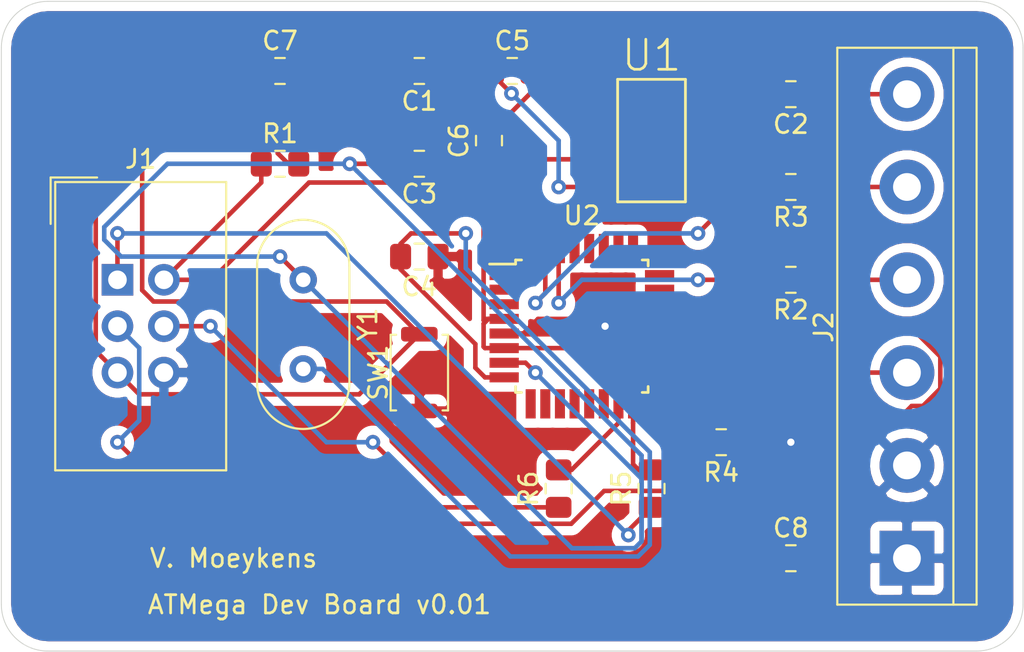
<source format=kicad_pcb>
(kicad_pcb (version 20171130) (host pcbnew 5.1.5-52549c5~86~ubuntu18.04.1)

  (general
    (thickness 1.6)
    (drawings 18)
    (tracks 182)
    (zones 0)
    (modules 20)
    (nets 37)
  )

  (page A4)
  (layers
    (0 F.Cu signal)
    (31 B.Cu signal)
    (32 B.Adhes user)
    (33 F.Adhes user)
    (34 B.Paste user)
    (35 F.Paste user)
    (36 B.SilkS user)
    (37 F.SilkS user)
    (38 B.Mask user)
    (39 F.Mask user)
    (40 Dwgs.User user)
    (41 Cmts.User user)
    (42 Eco1.User user)
    (43 Eco2.User user)
    (44 Edge.Cuts user)
    (45 Margin user)
    (46 B.CrtYd user)
    (47 F.CrtYd user)
    (48 B.Fab user)
    (49 F.Fab user)
  )

  (setup
    (last_trace_width 0.25)
    (trace_clearance 0.2)
    (zone_clearance 0.508)
    (zone_45_only no)
    (trace_min 0.2)
    (via_size 0.8)
    (via_drill 0.4)
    (via_min_size 0.4)
    (via_min_drill 0.3)
    (uvia_size 0.3)
    (uvia_drill 0.1)
    (uvias_allowed no)
    (uvia_min_size 0.2)
    (uvia_min_drill 0.1)
    (edge_width 0.05)
    (segment_width 0.2)
    (pcb_text_width 0.3)
    (pcb_text_size 1.5 1.5)
    (mod_edge_width 0.12)
    (mod_text_size 1 1)
    (mod_text_width 0.15)
    (pad_size 1.524 1.524)
    (pad_drill 0.762)
    (pad_to_mask_clearance 0.051)
    (solder_mask_min_width 0.25)
    (aux_axis_origin 0 0)
    (visible_elements FFFFFF7F)
    (pcbplotparams
      (layerselection 0x010fc_ffffffff)
      (usegerberextensions false)
      (usegerberattributes false)
      (usegerberadvancedattributes false)
      (creategerberjobfile false)
      (excludeedgelayer true)
      (linewidth 0.100000)
      (plotframeref false)
      (viasonmask false)
      (mode 1)
      (useauxorigin false)
      (hpglpennumber 1)
      (hpglpenspeed 20)
      (hpglpendiameter 15.000000)
      (psnegative false)
      (psa4output false)
      (plotreference true)
      (plotvalue true)
      (plotinvisibletext false)
      (padsonsilk false)
      (subtractmaskfromsilk false)
      (outputformat 1)
      (mirror false)
      (drillshape 1)
      (scaleselection 1)
      (outputdirectory ""))
  )

  (net 0 "")
  (net 1 /D2)
  (net 2 /D1)
  (net 3 /D0)
  (net 4 /RESET)
  (net 5 /A0)
  (net 6 /A1)
  (net 7 /A2)
  (net 8 /A3)
  (net 9 /A4)
  (net 10 /A5)
  (net 11 "Net-(U2-Pad22)")
  (net 12 Earth)
  (net 13 "Net-(C8-Pad1)")
  (net 14 "Net-(U2-Pad19)")
  (net 15 +5V)
  (net 16 /D13)
  (net 17 /D12)
  (net 18 /D11)
  (net 19 /SS)
  (net 20 /D9)
  (net 21 /D8)
  (net 22 /D7)
  (net 23 /D6)
  (net 24 /D5)
  (net 25 /XTAL2)
  (net 26 /XTAL1)
  (net 27 /D4)
  (net 28 /D3)
  (net 29 "Net-(C1-Pad2)")
  (net 30 VCC)
  (net 31 "Net-(C2-Pad1)")
  (net 32 /RX)
  (net 33 /TX)
  (net 34 /SCK)
  (net 35 /MISO)
  (net 36 /MOSI)

  (net_class Default "This is the default net class."
    (clearance 0.2)
    (trace_width 0.25)
    (via_dia 0.8)
    (via_drill 0.4)
    (uvia_dia 0.3)
    (uvia_drill 0.1)
    (add_net +5V)
    (add_net /A0)
    (add_net /A1)
    (add_net /A2)
    (add_net /A3)
    (add_net /A4)
    (add_net /A5)
    (add_net /D0)
    (add_net /D1)
    (add_net /D11)
    (add_net /D12)
    (add_net /D13)
    (add_net /D2)
    (add_net /D3)
    (add_net /D4)
    (add_net /D5)
    (add_net /D6)
    (add_net /D7)
    (add_net /D8)
    (add_net /D9)
    (add_net /MISO)
    (add_net /MOSI)
    (add_net /RESET)
    (add_net /RX)
    (add_net /SCK)
    (add_net /SS)
    (add_net /TX)
    (add_net /XTAL1)
    (add_net /XTAL2)
    (add_net Earth)
    (add_net "Net-(C1-Pad2)")
    (add_net "Net-(C2-Pad1)")
    (add_net "Net-(C8-Pad1)")
    (add_net "Net-(U2-Pad19)")
    (add_net "Net-(U2-Pad22)")
    (add_net VCC)
  )

  (module custom:IDC-Header_2x03_Pitch2.54mm_Straight (layer F.Cu) (tedit 59DE0819) (tstamp 5E7EF15A)
    (at 115.57 90.17)
    (descr "6 pins through hole IDC header")
    (tags "IDC header socket VASCH AVR ISP")
    (path /5CA97BAD)
    (fp_text reference J1 (at 1.27 -6.604) (layer F.SilkS)
      (effects (font (size 1 1) (thickness 0.15)))
    )
    (fp_text value AVR-ISP-6 (at 1.27 11.684) (layer F.Fab)
      (effects (font (size 1 1) (thickness 0.15)))
    )
    (fp_line (start -3.655 -5.6) (end -1.115 -5.6) (layer F.SilkS) (width 0.12))
    (fp_line (start -3.655 -5.6) (end -3.655 -3.06) (layer F.SilkS) (width 0.12))
    (fp_line (start -3.405 -5.35) (end 5.945 -5.35) (layer F.SilkS) (width 0.12))
    (fp_line (start -3.405 10.43) (end -3.405 -5.35) (layer F.SilkS) (width 0.12))
    (fp_line (start 5.945 10.43) (end -3.405 10.43) (layer F.SilkS) (width 0.12))
    (fp_line (start 5.945 -5.35) (end 5.945 10.43) (layer F.SilkS) (width 0.12))
    (fp_line (start -3.91 -5.85) (end 6.2 -5.85) (layer F.CrtYd) (width 0.05))
    (fp_line (start -3.91 10.67) (end -3.91 -5.85) (layer F.CrtYd) (width 0.05))
    (fp_line (start 6.2 10.67) (end -3.91 10.67) (layer F.CrtYd) (width 0.05))
    (fp_line (start 6.2 -5.85) (end 6.2 10.67) (layer F.CrtYd) (width 0.05))
    (fp_line (start -3.155 10.18) (end -2.605 9.62) (layer F.Fab) (width 0.1))
    (fp_line (start -3.155 -5.1) (end -2.605 -4.56) (layer F.Fab) (width 0.1))
    (fp_line (start 5.695 10.18) (end 5.145 9.62) (layer F.Fab) (width 0.1))
    (fp_line (start 5.695 -5.1) (end 5.145 -4.56) (layer F.Fab) (width 0.1))
    (fp_line (start 5.145 9.62) (end -2.605 9.62) (layer F.Fab) (width 0.1))
    (fp_line (start 5.695 10.18) (end -3.155 10.18) (layer F.Fab) (width 0.1))
    (fp_line (start 5.145 -4.56) (end -2.605 -4.56) (layer F.Fab) (width 0.1))
    (fp_line (start 5.695 -5.1) (end -3.155 -5.1) (layer F.Fab) (width 0.1))
    (fp_line (start -2.605 4.79) (end -3.155 4.79) (layer F.Fab) (width 0.1))
    (fp_line (start -2.605 0.29) (end -3.155 0.29) (layer F.Fab) (width 0.1))
    (fp_line (start -2.605 4.79) (end -2.605 9.62) (layer F.Fab) (width 0.1))
    (fp_line (start -2.605 -4.56) (end -2.605 0.29) (layer F.Fab) (width 0.1))
    (fp_line (start -3.155 -5.1) (end -3.155 10.18) (layer F.Fab) (width 0.1))
    (fp_line (start 5.145 -4.56) (end 5.145 9.62) (layer F.Fab) (width 0.1))
    (fp_line (start 5.695 -5.1) (end 5.695 10.18) (layer F.Fab) (width 0.1))
    (fp_text user %R (at 1.27 2.54) (layer F.Fab)
      (effects (font (size 1 1) (thickness 0.15)))
    )
    (pad 6 thru_hole oval (at 2.54 5.08) (size 1.7272 1.7272) (drill 1.016) (layers *.Cu *.Mask)
      (net 12 Earth))
    (pad 5 thru_hole oval (at 0 5.08) (size 1.7272 1.7272) (drill 1.016) (layers *.Cu *.Mask)
      (net 4 /RESET))
    (pad 4 thru_hole oval (at 2.54 2.54) (size 1.7272 1.7272) (drill 1.016) (layers *.Cu *.Mask)
      (net 36 /MOSI))
    (pad 3 thru_hole oval (at 0 2.54) (size 1.7272 1.7272) (drill 1.016) (layers *.Cu *.Mask)
      (net 34 /SCK))
    (pad 2 thru_hole oval (at 2.54 0) (size 1.7272 1.7272) (drill 1.016) (layers *.Cu *.Mask)
      (net 15 +5V))
    (pad 1 thru_hole rect (at 0 0) (size 1.7272 1.7272) (drill 1.016) (layers *.Cu *.Mask)
      (net 35 /MISO))
    (model ${KISYS3DMOD}/Connectors_IDC.3dshapes/IDC-Header_2x03_Pitch2.54mm_Straight.wrl
      (at (xyz 0 0 0))
      (scale (xyz 1 1 1))
      (rotate (xyz 0 0 0))
    )
  )

  (module custom:SOT230P696X180-4N (layer F.Cu) (tedit 5E7D096A) (tstamp 5E7D9B06)
    (at 144.78 82.55)
    (path /5CAD1EC1)
    (fp_text reference U1 (at 0 -4.655315) (layer F.SilkS)
      (effects (font (size 1.642512 1.642512) (thickness 0.15)))
    )
    (fp_text value LM1117-5.0 (at 12.26162 4.55357) (layer F.Fab)
      (effects (font (size 1.64252 1.64252) (thickness 0.015)))
    )
    (fp_line (start -1.8542 -3.3528) (end -1.8542 3.3528) (layer F.SilkS) (width 0.1524))
    (fp_line (start 1.8542 -3.3528) (end -1.8542 -3.3528) (layer F.SilkS) (width 0.1524))
    (fp_line (start 1.8542 3.3528) (end 1.8542 -3.3528) (layer F.SilkS) (width 0.1524))
    (fp_line (start -1.8542 3.3528) (end 1.8542 3.3528) (layer F.SilkS) (width 0.1524))
    (fp_line (start -1.8542 -3.3528) (end -1.8542 3.3528) (layer F.Fab) (width 0.1524))
    (fp_line (start 1.8542 -3.3528) (end -1.8542 -3.3528) (layer F.Fab) (width 0.1524))
    (fp_line (start 1.8542 3.3528) (end 1.8542 -3.3528) (layer F.Fab) (width 0.1524))
    (fp_line (start -1.8542 3.3528) (end 1.8542 3.3528) (layer F.Fab) (width 0.1524))
    (fp_line (start 3.6576 -1.5494) (end 1.8542 -1.5494) (layer F.Fab) (width 0.1524))
    (fp_line (start 3.6576 1.5494) (end 3.6576 -1.5494) (layer F.Fab) (width 0.1524))
    (fp_line (start 1.8542 1.5494) (end 3.6576 1.5494) (layer F.Fab) (width 0.1524))
    (fp_line (start 1.8542 -1.5494) (end 1.8542 1.5494) (layer F.Fab) (width 0.1524))
    (fp_line (start -3.6576 2.6924) (end -1.8542 2.6924) (layer F.Fab) (width 0.1524))
    (fp_line (start -3.6576 1.905) (end -3.6576 2.6924) (layer F.Fab) (width 0.1524))
    (fp_line (start -1.8542 1.905) (end -3.6576 1.905) (layer F.Fab) (width 0.1524))
    (fp_line (start -1.8542 2.6924) (end -1.8542 1.905) (layer F.Fab) (width 0.1524))
    (fp_line (start -3.6576 0.381) (end -1.8542 0.381) (layer F.Fab) (width 0.1524))
    (fp_line (start -3.6576 -0.4064) (end -3.6576 0.381) (layer F.Fab) (width 0.1524))
    (fp_line (start -1.8542 -0.4064) (end -3.6576 -0.4064) (layer F.Fab) (width 0.1524))
    (fp_line (start -1.8542 0.381) (end -1.8542 -0.4064) (layer F.Fab) (width 0.1524))
    (fp_line (start -3.6576 -1.905) (end -1.8542 -1.905) (layer F.Fab) (width 0.1524))
    (fp_line (start -3.6576 -2.6924) (end -3.6576 -1.905) (layer F.Fab) (width 0.1524))
    (fp_line (start -1.8542 -2.6924) (end -3.6576 -2.6924) (layer F.Fab) (width 0.1524))
    (fp_line (start -1.8542 -1.905) (end -1.8542 -2.6924) (layer F.Fab) (width 0.1524))
    (pad 4 smd rect (at 3.2004 0) (size 1.6002 3.0988) (layers F.Cu F.Paste F.Mask))
    (pad 3 smd rect (at -3.2004 2.3114) (size 1.6002 0.8382) (layers F.Cu F.Paste F.Mask)
      (net 30 VCC))
    (pad 2 smd rect (at -3.2004 0) (size 1.6002 0.8382) (layers F.Cu F.Paste F.Mask)
      (net 15 +5V))
    (pad 1 smd rect (at -3.2004 -2.3114) (size 1.6002 0.8382) (layers F.Cu F.Paste F.Mask)
      (net 29 "Net-(C1-Pad2)"))
  )

  (module TerminalBlock:TerminalBlock_bornier-6_P5.08mm (layer F.Cu) (tedit 59FF03F5) (tstamp 5E7D2836)
    (at 158.75 105.41 90)
    (descr "simple 6pin terminal block, pitch 5.08mm, revamped version of bornier6")
    (tags "terminal block bornier6")
    (path /5CB776EE)
    (fp_text reference J2 (at 12.65 -4.55 90) (layer F.SilkS)
      (effects (font (size 1 1) (thickness 0.15)))
    )
    (fp_text value FTDI (at 12.7 4.75 90) (layer F.Fab)
      (effects (font (size 1 1) (thickness 0.15)))
    )
    (fp_line (start 28.15 4) (end -2.75 4) (layer F.CrtYd) (width 0.05))
    (fp_line (start 28.15 4) (end 28.15 -4) (layer F.CrtYd) (width 0.05))
    (fp_line (start -2.75 -4) (end -2.75 4) (layer F.CrtYd) (width 0.05))
    (fp_line (start -2.75 -4) (end 28.15 -4) (layer F.CrtYd) (width 0.05))
    (fp_line (start -2.54 3.81) (end 27.94 3.81) (layer F.SilkS) (width 0.12))
    (fp_line (start -2.54 -3.81) (end 27.94 -3.81) (layer F.SilkS) (width 0.12))
    (fp_line (start -2.54 2.54) (end 27.94 2.54) (layer F.SilkS) (width 0.12))
    (fp_line (start 27.94 3.81) (end 27.94 -3.81) (layer F.SilkS) (width 0.12))
    (fp_line (start -2.54 -3.81) (end -2.54 3.81) (layer F.SilkS) (width 0.12))
    (fp_line (start 27.9 -3.75) (end -2.5 -3.75) (layer F.Fab) (width 0.1))
    (fp_line (start 27.9 3.75) (end 27.9 -3.75) (layer F.Fab) (width 0.1))
    (fp_line (start -2.5 3.75) (end 27.9 3.75) (layer F.Fab) (width 0.1))
    (fp_line (start -2.5 -3.75) (end -2.5 3.75) (layer F.Fab) (width 0.1))
    (fp_line (start -2.5 2.55) (end 27.9 2.55) (layer F.Fab) (width 0.1))
    (fp_text user %R (at 12.7 0 90) (layer F.Fab)
      (effects (font (size 1 1) (thickness 0.15)))
    )
    (pad 6 thru_hole circle (at 25.4 0 90) (size 3 3) (drill 1.52) (layers *.Cu *.Mask)
      (net 31 "Net-(C2-Pad1)"))
    (pad 5 thru_hole circle (at 20.32 0 90) (size 3 3) (drill 1.52) (layers *.Cu *.Mask)
      (net 33 /TX))
    (pad 4 thru_hole circle (at 15.24 0 90) (size 3 3) (drill 1.52) (layers *.Cu *.Mask)
      (net 32 /RX))
    (pad 1 thru_hole rect (at 0 0 90) (size 3 3) (drill 1.52) (layers *.Cu *.Mask)
      (net 12 Earth))
    (pad 3 thru_hole circle (at 10.16 0 90) (size 3 3) (drill 1.52) (layers *.Cu *.Mask)
      (net 15 +5V))
    (pad 2 thru_hole circle (at 5.08 0 90) (size 3 3) (drill 1.52) (layers *.Cu *.Mask)
      (net 12 Earth))
    (model ${KISYS3DMOD}/TerminalBlock.3dshapes/TerminalBlock_bornier-6_P5.08mm.wrl
      (offset (xyz 12.69999980926514 0 0))
      (scale (xyz 1 1 1))
      (rotate (xyz 0 0 0))
    )
  )

  (module Crystal:Crystal_HC49-4H_Vertical (layer F.Cu) (tedit 5A1AD3B7) (tstamp 5E7D22D8)
    (at 125.73 90.17 270)
    (descr "Crystal THT HC-49-4H http://5hertz.com/pdfs/04404_D.pdf")
    (tags "THT crystalHC-49-4H")
    (path /5CA91CBB)
    (fp_text reference Y1 (at 2.44 -3.525 90) (layer F.SilkS)
      (effects (font (size 1 1) (thickness 0.15)))
    )
    (fp_text value Crystal (at 2.44 3.525 90) (layer F.Fab)
      (effects (font (size 1 1) (thickness 0.15)))
    )
    (fp_arc (start 5.64 0) (end 5.64 -2.525) (angle 180) (layer F.SilkS) (width 0.12))
    (fp_arc (start -0.76 0) (end -0.76 -2.525) (angle -180) (layer F.SilkS) (width 0.12))
    (fp_arc (start 5.44 0) (end 5.44 -2) (angle 180) (layer F.Fab) (width 0.1))
    (fp_arc (start -0.56 0) (end -0.56 -2) (angle -180) (layer F.Fab) (width 0.1))
    (fp_arc (start 5.64 0) (end 5.64 -2.325) (angle 180) (layer F.Fab) (width 0.1))
    (fp_arc (start -0.76 0) (end -0.76 -2.325) (angle -180) (layer F.Fab) (width 0.1))
    (fp_line (start 8.5 -2.8) (end -3.6 -2.8) (layer F.CrtYd) (width 0.05))
    (fp_line (start 8.5 2.8) (end 8.5 -2.8) (layer F.CrtYd) (width 0.05))
    (fp_line (start -3.6 2.8) (end 8.5 2.8) (layer F.CrtYd) (width 0.05))
    (fp_line (start -3.6 -2.8) (end -3.6 2.8) (layer F.CrtYd) (width 0.05))
    (fp_line (start -0.76 2.525) (end 5.64 2.525) (layer F.SilkS) (width 0.12))
    (fp_line (start -0.76 -2.525) (end 5.64 -2.525) (layer F.SilkS) (width 0.12))
    (fp_line (start -0.56 2) (end 5.44 2) (layer F.Fab) (width 0.1))
    (fp_line (start -0.56 -2) (end 5.44 -2) (layer F.Fab) (width 0.1))
    (fp_line (start -0.76 2.325) (end 5.64 2.325) (layer F.Fab) (width 0.1))
    (fp_line (start -0.76 -2.325) (end 5.64 -2.325) (layer F.Fab) (width 0.1))
    (fp_text user %R (at 2.44 0 90) (layer F.Fab)
      (effects (font (size 1 1) (thickness 0.15)))
    )
    (pad 2 thru_hole circle (at 4.88 0 270) (size 1.5 1.5) (drill 0.8) (layers *.Cu *.Mask)
      (net 25 /XTAL2))
    (pad 1 thru_hole circle (at 0 0 270) (size 1.5 1.5) (drill 0.8) (layers *.Cu *.Mask)
      (net 26 /XTAL1))
    (model ${KISYS3DMOD}/Crystal.3dshapes/Crystal_HC49-4H_Vertical.wrl
      (at (xyz 0 0 0))
      (scale (xyz 1 1 1))
      (rotate (xyz 0 0 0))
    )
  )

  (module Resistor_SMD:R_0805_2012Metric_Pad1.15x1.40mm_HandSolder (layer F.Cu) (tedit 5B36C52B) (tstamp 5E7D197F)
    (at 139.7 101.6 90)
    (descr "Resistor SMD 0805 (2012 Metric), square (rectangular) end terminal, IPC_7351 nominal with elongated pad for handsoldering. (Body size source: https://docs.google.com/spreadsheets/d/1BsfQQcO9C6DZCsRaXUlFlo91Tg2WpOkGARC1WS5S8t0/edit?usp=sharing), generated with kicad-footprint-generator")
    (tags "resistor handsolder")
    (path /5CA990F6)
    (attr smd)
    (fp_text reference R6 (at 0 -1.65 90) (layer F.SilkS)
      (effects (font (size 1 1) (thickness 0.15)))
    )
    (fp_text value 1k (at 0 1.65 90) (layer F.Fab)
      (effects (font (size 1 1) (thickness 0.15)))
    )
    (fp_text user %R (at 0 0 90) (layer F.Fab)
      (effects (font (size 0.5 0.5) (thickness 0.08)))
    )
    (fp_line (start 1.85 0.95) (end -1.85 0.95) (layer F.CrtYd) (width 0.05))
    (fp_line (start 1.85 -0.95) (end 1.85 0.95) (layer F.CrtYd) (width 0.05))
    (fp_line (start -1.85 -0.95) (end 1.85 -0.95) (layer F.CrtYd) (width 0.05))
    (fp_line (start -1.85 0.95) (end -1.85 -0.95) (layer F.CrtYd) (width 0.05))
    (fp_line (start -0.261252 0.71) (end 0.261252 0.71) (layer F.SilkS) (width 0.12))
    (fp_line (start -0.261252 -0.71) (end 0.261252 -0.71) (layer F.SilkS) (width 0.12))
    (fp_line (start 1 0.6) (end -1 0.6) (layer F.Fab) (width 0.1))
    (fp_line (start 1 -0.6) (end 1 0.6) (layer F.Fab) (width 0.1))
    (fp_line (start -1 -0.6) (end 1 -0.6) (layer F.Fab) (width 0.1))
    (fp_line (start -1 0.6) (end -1 -0.6) (layer F.Fab) (width 0.1))
    (pad 2 smd roundrect (at 1.025 0 90) (size 1.15 1.4) (layers F.Cu F.Paste F.Mask) (roundrect_rratio 0.217391)
      (net 18 /D11))
    (pad 1 smd roundrect (at -1.025 0 90) (size 1.15 1.4) (layers F.Cu F.Paste F.Mask) (roundrect_rratio 0.217391)
      (net 36 /MOSI))
    (model ${KISYS3DMOD}/Resistor_SMD.3dshapes/R_0805_2012Metric.wrl
      (at (xyz 0 0 0))
      (scale (xyz 1 1 1))
      (rotate (xyz 0 0 0))
    )
  )

  (module Resistor_SMD:R_0805_2012Metric_Pad1.15x1.40mm_HandSolder (layer F.Cu) (tedit 5B36C52B) (tstamp 5E7D196E)
    (at 144.78 101.6 90)
    (descr "Resistor SMD 0805 (2012 Metric), square (rectangular) end terminal, IPC_7351 nominal with elongated pad for handsoldering. (Body size source: https://docs.google.com/spreadsheets/d/1BsfQQcO9C6DZCsRaXUlFlo91Tg2WpOkGARC1WS5S8t0/edit?usp=sharing), generated with kicad-footprint-generator")
    (tags "resistor handsolder")
    (path /5CA990BA)
    (attr smd)
    (fp_text reference R5 (at 0 -1.65 90) (layer F.SilkS)
      (effects (font (size 1 1) (thickness 0.15)))
    )
    (fp_text value 1k (at 0 1.65 90) (layer F.Fab)
      (effects (font (size 1 1) (thickness 0.15)))
    )
    (fp_text user %R (at 0 0 90) (layer F.Fab)
      (effects (font (size 0.5 0.5) (thickness 0.08)))
    )
    (fp_line (start 1.85 0.95) (end -1.85 0.95) (layer F.CrtYd) (width 0.05))
    (fp_line (start 1.85 -0.95) (end 1.85 0.95) (layer F.CrtYd) (width 0.05))
    (fp_line (start -1.85 -0.95) (end 1.85 -0.95) (layer F.CrtYd) (width 0.05))
    (fp_line (start -1.85 0.95) (end -1.85 -0.95) (layer F.CrtYd) (width 0.05))
    (fp_line (start -0.261252 0.71) (end 0.261252 0.71) (layer F.SilkS) (width 0.12))
    (fp_line (start -0.261252 -0.71) (end 0.261252 -0.71) (layer F.SilkS) (width 0.12))
    (fp_line (start 1 0.6) (end -1 0.6) (layer F.Fab) (width 0.1))
    (fp_line (start 1 -0.6) (end 1 0.6) (layer F.Fab) (width 0.1))
    (fp_line (start -1 -0.6) (end 1 -0.6) (layer F.Fab) (width 0.1))
    (fp_line (start -1 0.6) (end -1 -0.6) (layer F.Fab) (width 0.1))
    (pad 2 smd roundrect (at 1.025 0 90) (size 1.15 1.4) (layers F.Cu F.Paste F.Mask) (roundrect_rratio 0.217391)
      (net 17 /D12))
    (pad 1 smd roundrect (at -1.025 0 90) (size 1.15 1.4) (layers F.Cu F.Paste F.Mask) (roundrect_rratio 0.217391)
      (net 35 /MISO))
    (model ${KISYS3DMOD}/Resistor_SMD.3dshapes/R_0805_2012Metric.wrl
      (at (xyz 0 0 0))
      (scale (xyz 1 1 1))
      (rotate (xyz 0 0 0))
    )
  )

  (module Resistor_SMD:R_0805_2012Metric_Pad1.15x1.40mm_HandSolder (layer F.Cu) (tedit 5B36C52B) (tstamp 5E7D195D)
    (at 148.59 99.06 180)
    (descr "Resistor SMD 0805 (2012 Metric), square (rectangular) end terminal, IPC_7351 nominal with elongated pad for handsoldering. (Body size source: https://docs.google.com/spreadsheets/d/1BsfQQcO9C6DZCsRaXUlFlo91Tg2WpOkGARC1WS5S8t0/edit?usp=sharing), generated with kicad-footprint-generator")
    (tags "resistor handsolder")
    (path /5CA992A7)
    (attr smd)
    (fp_text reference R4 (at 0 -1.65) (layer F.SilkS)
      (effects (font (size 1 1) (thickness 0.15)))
    )
    (fp_text value 1k (at 0 1.65) (layer F.Fab)
      (effects (font (size 1 1) (thickness 0.15)))
    )
    (fp_text user %R (at 0 0) (layer F.Fab)
      (effects (font (size 0.5 0.5) (thickness 0.08)))
    )
    (fp_line (start 1.85 0.95) (end -1.85 0.95) (layer F.CrtYd) (width 0.05))
    (fp_line (start 1.85 -0.95) (end 1.85 0.95) (layer F.CrtYd) (width 0.05))
    (fp_line (start -1.85 -0.95) (end 1.85 -0.95) (layer F.CrtYd) (width 0.05))
    (fp_line (start -1.85 0.95) (end -1.85 -0.95) (layer F.CrtYd) (width 0.05))
    (fp_line (start -0.261252 0.71) (end 0.261252 0.71) (layer F.SilkS) (width 0.12))
    (fp_line (start -0.261252 -0.71) (end 0.261252 -0.71) (layer F.SilkS) (width 0.12))
    (fp_line (start 1 0.6) (end -1 0.6) (layer F.Fab) (width 0.1))
    (fp_line (start 1 -0.6) (end 1 0.6) (layer F.Fab) (width 0.1))
    (fp_line (start -1 -0.6) (end 1 -0.6) (layer F.Fab) (width 0.1))
    (fp_line (start -1 0.6) (end -1 -0.6) (layer F.Fab) (width 0.1))
    (pad 2 smd roundrect (at 1.025 0 180) (size 1.15 1.4) (layers F.Cu F.Paste F.Mask) (roundrect_rratio 0.217391)
      (net 16 /D13))
    (pad 1 smd roundrect (at -1.025 0 180) (size 1.15 1.4) (layers F.Cu F.Paste F.Mask) (roundrect_rratio 0.217391)
      (net 34 /SCK))
    (model ${KISYS3DMOD}/Resistor_SMD.3dshapes/R_0805_2012Metric.wrl
      (at (xyz 0 0 0))
      (scale (xyz 1 1 1))
      (rotate (xyz 0 0 0))
    )
  )

  (module Resistor_SMD:R_0805_2012Metric_Pad1.15x1.40mm_HandSolder (layer F.Cu) (tedit 5B36C52B) (tstamp 5E7D194C)
    (at 152.4 85.09 180)
    (descr "Resistor SMD 0805 (2012 Metric), square (rectangular) end terminal, IPC_7351 nominal with elongated pad for handsoldering. (Body size source: https://docs.google.com/spreadsheets/d/1BsfQQcO9C6DZCsRaXUlFlo91Tg2WpOkGARC1WS5S8t0/edit?usp=sharing), generated with kicad-footprint-generator")
    (tags "resistor handsolder")
    (path /5CABB42E)
    (attr smd)
    (fp_text reference R3 (at 0 -1.65) (layer F.SilkS)
      (effects (font (size 1 1) (thickness 0.15)))
    )
    (fp_text value 1k (at 0 1.65) (layer F.Fab)
      (effects (font (size 1 1) (thickness 0.15)))
    )
    (fp_text user %R (at 0 0) (layer F.Fab)
      (effects (font (size 0.5 0.5) (thickness 0.08)))
    )
    (fp_line (start 1.85 0.95) (end -1.85 0.95) (layer F.CrtYd) (width 0.05))
    (fp_line (start 1.85 -0.95) (end 1.85 0.95) (layer F.CrtYd) (width 0.05))
    (fp_line (start -1.85 -0.95) (end 1.85 -0.95) (layer F.CrtYd) (width 0.05))
    (fp_line (start -1.85 0.95) (end -1.85 -0.95) (layer F.CrtYd) (width 0.05))
    (fp_line (start -0.261252 0.71) (end 0.261252 0.71) (layer F.SilkS) (width 0.12))
    (fp_line (start -0.261252 -0.71) (end 0.261252 -0.71) (layer F.SilkS) (width 0.12))
    (fp_line (start 1 0.6) (end -1 0.6) (layer F.Fab) (width 0.1))
    (fp_line (start 1 -0.6) (end 1 0.6) (layer F.Fab) (width 0.1))
    (fp_line (start -1 -0.6) (end 1 -0.6) (layer F.Fab) (width 0.1))
    (fp_line (start -1 0.6) (end -1 -0.6) (layer F.Fab) (width 0.1))
    (pad 2 smd roundrect (at 1.025 0 180) (size 1.15 1.4) (layers F.Cu F.Paste F.Mask) (roundrect_rratio 0.217391)
      (net 2 /D1))
    (pad 1 smd roundrect (at -1.025 0 180) (size 1.15 1.4) (layers F.Cu F.Paste F.Mask) (roundrect_rratio 0.217391)
      (net 33 /TX))
    (model ${KISYS3DMOD}/Resistor_SMD.3dshapes/R_0805_2012Metric.wrl
      (at (xyz 0 0 0))
      (scale (xyz 1 1 1))
      (rotate (xyz 0 0 0))
    )
  )

  (module Resistor_SMD:R_0805_2012Metric_Pad1.15x1.40mm_HandSolder (layer F.Cu) (tedit 5B36C52B) (tstamp 5E7D193B)
    (at 152.4 90.17 180)
    (descr "Resistor SMD 0805 (2012 Metric), square (rectangular) end terminal, IPC_7351 nominal with elongated pad for handsoldering. (Body size source: https://docs.google.com/spreadsheets/d/1BsfQQcO9C6DZCsRaXUlFlo91Tg2WpOkGARC1WS5S8t0/edit?usp=sharing), generated with kicad-footprint-generator")
    (tags "resistor handsolder")
    (path /5CABB3BA)
    (attr smd)
    (fp_text reference R2 (at 0 -1.65) (layer F.SilkS)
      (effects (font (size 1 1) (thickness 0.15)))
    )
    (fp_text value 1k (at 0 1.65) (layer F.Fab)
      (effects (font (size 1 1) (thickness 0.15)))
    )
    (fp_text user %R (at 0 0) (layer F.Fab)
      (effects (font (size 0.5 0.5) (thickness 0.08)))
    )
    (fp_line (start 1.85 0.95) (end -1.85 0.95) (layer F.CrtYd) (width 0.05))
    (fp_line (start 1.85 -0.95) (end 1.85 0.95) (layer F.CrtYd) (width 0.05))
    (fp_line (start -1.85 -0.95) (end 1.85 -0.95) (layer F.CrtYd) (width 0.05))
    (fp_line (start -1.85 0.95) (end -1.85 -0.95) (layer F.CrtYd) (width 0.05))
    (fp_line (start -0.261252 0.71) (end 0.261252 0.71) (layer F.SilkS) (width 0.12))
    (fp_line (start -0.261252 -0.71) (end 0.261252 -0.71) (layer F.SilkS) (width 0.12))
    (fp_line (start 1 0.6) (end -1 0.6) (layer F.Fab) (width 0.1))
    (fp_line (start 1 -0.6) (end 1 0.6) (layer F.Fab) (width 0.1))
    (fp_line (start -1 -0.6) (end 1 -0.6) (layer F.Fab) (width 0.1))
    (fp_line (start -1 0.6) (end -1 -0.6) (layer F.Fab) (width 0.1))
    (pad 2 smd roundrect (at 1.025 0 180) (size 1.15 1.4) (layers F.Cu F.Paste F.Mask) (roundrect_rratio 0.217391)
      (net 3 /D0))
    (pad 1 smd roundrect (at -1.025 0 180) (size 1.15 1.4) (layers F.Cu F.Paste F.Mask) (roundrect_rratio 0.217391)
      (net 32 /RX))
    (model ${KISYS3DMOD}/Resistor_SMD.3dshapes/R_0805_2012Metric.wrl
      (at (xyz 0 0 0))
      (scale (xyz 1 1 1))
      (rotate (xyz 0 0 0))
    )
  )

  (module Capacitor_SMD:C_0805_2012Metric_Pad1.15x1.40mm_HandSolder (layer F.Cu) (tedit 5B36C52B) (tstamp 5E7D190A)
    (at 152.4 105.41)
    (descr "Capacitor SMD 0805 (2012 Metric), square (rectangular) end terminal, IPC_7351 nominal with elongated pad for handsoldering. (Body size source: https://docs.google.com/spreadsheets/d/1BsfQQcO9C6DZCsRaXUlFlo91Tg2WpOkGARC1WS5S8t0/edit?usp=sharing), generated with kicad-footprint-generator")
    (tags "capacitor handsolder")
    (path /5CAA5AC5)
    (attr smd)
    (fp_text reference C8 (at 0 -1.65) (layer F.SilkS)
      (effects (font (size 1 1) (thickness 0.15)))
    )
    (fp_text value 100nF (at 0 1.65) (layer F.Fab)
      (effects (font (size 1 1) (thickness 0.15)))
    )
    (fp_text user %R (at 0 0) (layer F.Fab)
      (effects (font (size 0.5 0.5) (thickness 0.08)))
    )
    (fp_line (start 1.85 0.95) (end -1.85 0.95) (layer F.CrtYd) (width 0.05))
    (fp_line (start 1.85 -0.95) (end 1.85 0.95) (layer F.CrtYd) (width 0.05))
    (fp_line (start -1.85 -0.95) (end 1.85 -0.95) (layer F.CrtYd) (width 0.05))
    (fp_line (start -1.85 0.95) (end -1.85 -0.95) (layer F.CrtYd) (width 0.05))
    (fp_line (start -0.261252 0.71) (end 0.261252 0.71) (layer F.SilkS) (width 0.12))
    (fp_line (start -0.261252 -0.71) (end 0.261252 -0.71) (layer F.SilkS) (width 0.12))
    (fp_line (start 1 0.6) (end -1 0.6) (layer F.Fab) (width 0.1))
    (fp_line (start 1 -0.6) (end 1 0.6) (layer F.Fab) (width 0.1))
    (fp_line (start -1 -0.6) (end 1 -0.6) (layer F.Fab) (width 0.1))
    (fp_line (start -1 0.6) (end -1 -0.6) (layer F.Fab) (width 0.1))
    (pad 2 smd roundrect (at 1.025 0) (size 1.15 1.4) (layers F.Cu F.Paste F.Mask) (roundrect_rratio 0.217391)
      (net 12 Earth))
    (pad 1 smd roundrect (at -1.025 0) (size 1.15 1.4) (layers F.Cu F.Paste F.Mask) (roundrect_rratio 0.217391)
      (net 13 "Net-(C8-Pad1)"))
    (model ${KISYS3DMOD}/Capacitor_SMD.3dshapes/C_0805_2012Metric.wrl
      (at (xyz 0 0 0))
      (scale (xyz 1 1 1))
      (rotate (xyz 0 0 0))
    )
  )

  (module Capacitor_SMD:C_0805_2012Metric_Pad1.15x1.40mm_HandSolder (layer F.Cu) (tedit 5B36C52B) (tstamp 5E7D18F9)
    (at 124.46 78.74)
    (descr "Capacitor SMD 0805 (2012 Metric), square (rectangular) end terminal, IPC_7351 nominal with elongated pad for handsoldering. (Body size source: https://docs.google.com/spreadsheets/d/1BsfQQcO9C6DZCsRaXUlFlo91Tg2WpOkGARC1WS5S8t0/edit?usp=sharing), generated with kicad-footprint-generator")
    (tags "capacitor handsolder")
    (path /5CB0C3C7)
    (attr smd)
    (fp_text reference C7 (at 0 -1.65) (layer F.SilkS)
      (effects (font (size 1 1) (thickness 0.15)))
    )
    (fp_text value 0.1uF (at 0 1.65) (layer F.Fab)
      (effects (font (size 1 1) (thickness 0.15)))
    )
    (fp_text user %R (at 0 0) (layer F.Fab)
      (effects (font (size 0.5 0.5) (thickness 0.08)))
    )
    (fp_line (start 1.85 0.95) (end -1.85 0.95) (layer F.CrtYd) (width 0.05))
    (fp_line (start 1.85 -0.95) (end 1.85 0.95) (layer F.CrtYd) (width 0.05))
    (fp_line (start -1.85 -0.95) (end 1.85 -0.95) (layer F.CrtYd) (width 0.05))
    (fp_line (start -1.85 0.95) (end -1.85 -0.95) (layer F.CrtYd) (width 0.05))
    (fp_line (start -0.261252 0.71) (end 0.261252 0.71) (layer F.SilkS) (width 0.12))
    (fp_line (start -0.261252 -0.71) (end 0.261252 -0.71) (layer F.SilkS) (width 0.12))
    (fp_line (start 1 0.6) (end -1 0.6) (layer F.Fab) (width 0.1))
    (fp_line (start 1 -0.6) (end 1 0.6) (layer F.Fab) (width 0.1))
    (fp_line (start -1 -0.6) (end 1 -0.6) (layer F.Fab) (width 0.1))
    (fp_line (start -1 0.6) (end -1 -0.6) (layer F.Fab) (width 0.1))
    (pad 2 smd roundrect (at 1.025 0) (size 1.15 1.4) (layers F.Cu F.Paste F.Mask) (roundrect_rratio 0.217391)
      (net 29 "Net-(C1-Pad2)"))
    (pad 1 smd roundrect (at -1.025 0) (size 1.15 1.4) (layers F.Cu F.Paste F.Mask) (roundrect_rratio 0.217391)
      (net 15 +5V))
    (model ${KISYS3DMOD}/Capacitor_SMD.3dshapes/C_0805_2012Metric.wrl
      (at (xyz 0 0 0))
      (scale (xyz 1 1 1))
      (rotate (xyz 0 0 0))
    )
  )

  (module Capacitor_SMD:C_0805_2012Metric_Pad1.15x1.40mm_HandSolder (layer F.Cu) (tedit 5B36C52B) (tstamp 5E7D18E8)
    (at 135.89 82.55 90)
    (descr "Capacitor SMD 0805 (2012 Metric), square (rectangular) end terminal, IPC_7351 nominal with elongated pad for handsoldering. (Body size source: https://docs.google.com/spreadsheets/d/1BsfQQcO9C6DZCsRaXUlFlo91Tg2WpOkGARC1WS5S8t0/edit?usp=sharing), generated with kicad-footprint-generator")
    (tags "capacitor handsolder")
    (path /5CAEB1F3)
    (attr smd)
    (fp_text reference C6 (at 0 -1.65 90) (layer F.SilkS)
      (effects (font (size 1 1) (thickness 0.15)))
    )
    (fp_text value 10uF/16v (at 0 1.65 90) (layer F.Fab)
      (effects (font (size 1 1) (thickness 0.15)))
    )
    (fp_text user %R (at 0 0 90) (layer F.Fab)
      (effects (font (size 0.5 0.5) (thickness 0.08)))
    )
    (fp_line (start 1.85 0.95) (end -1.85 0.95) (layer F.CrtYd) (width 0.05))
    (fp_line (start 1.85 -0.95) (end 1.85 0.95) (layer F.CrtYd) (width 0.05))
    (fp_line (start -1.85 -0.95) (end 1.85 -0.95) (layer F.CrtYd) (width 0.05))
    (fp_line (start -1.85 0.95) (end -1.85 -0.95) (layer F.CrtYd) (width 0.05))
    (fp_line (start -0.261252 0.71) (end 0.261252 0.71) (layer F.SilkS) (width 0.12))
    (fp_line (start -0.261252 -0.71) (end 0.261252 -0.71) (layer F.SilkS) (width 0.12))
    (fp_line (start 1 0.6) (end -1 0.6) (layer F.Fab) (width 0.1))
    (fp_line (start 1 -0.6) (end 1 0.6) (layer F.Fab) (width 0.1))
    (fp_line (start -1 -0.6) (end 1 -0.6) (layer F.Fab) (width 0.1))
    (fp_line (start -1 0.6) (end -1 -0.6) (layer F.Fab) (width 0.1))
    (pad 2 smd roundrect (at 1.025 0 90) (size 1.15 1.4) (layers F.Cu F.Paste F.Mask) (roundrect_rratio 0.217391)
      (net 29 "Net-(C1-Pad2)"))
    (pad 1 smd roundrect (at -1.025 0 90) (size 1.15 1.4) (layers F.Cu F.Paste F.Mask) (roundrect_rratio 0.217391)
      (net 15 +5V))
    (model ${KISYS3DMOD}/Capacitor_SMD.3dshapes/C_0805_2012Metric.wrl
      (at (xyz 0 0 0))
      (scale (xyz 1 1 1))
      (rotate (xyz 0 0 0))
    )
  )

  (module Capacitor_SMD:C_0805_2012Metric_Pad1.15x1.40mm_HandSolder (layer F.Cu) (tedit 5B36C52B) (tstamp 5E7D18D7)
    (at 137.16 78.74)
    (descr "Capacitor SMD 0805 (2012 Metric), square (rectangular) end terminal, IPC_7351 nominal with elongated pad for handsoldering. (Body size source: https://docs.google.com/spreadsheets/d/1BsfQQcO9C6DZCsRaXUlFlo91Tg2WpOkGARC1WS5S8t0/edit?usp=sharing), generated with kicad-footprint-generator")
    (tags "capacitor handsolder")
    (path /5CAD85E8)
    (attr smd)
    (fp_text reference C5 (at 0 -1.65) (layer F.SilkS)
      (effects (font (size 1 1) (thickness 0.15)))
    )
    (fp_text value 10uF/16v (at 0 1.65) (layer F.Fab)
      (effects (font (size 1 1) (thickness 0.15)))
    )
    (fp_text user %R (at 0 0) (layer F.Fab)
      (effects (font (size 0.5 0.5) (thickness 0.08)))
    )
    (fp_line (start 1.85 0.95) (end -1.85 0.95) (layer F.CrtYd) (width 0.05))
    (fp_line (start 1.85 -0.95) (end 1.85 0.95) (layer F.CrtYd) (width 0.05))
    (fp_line (start -1.85 -0.95) (end 1.85 -0.95) (layer F.CrtYd) (width 0.05))
    (fp_line (start -1.85 0.95) (end -1.85 -0.95) (layer F.CrtYd) (width 0.05))
    (fp_line (start -0.261252 0.71) (end 0.261252 0.71) (layer F.SilkS) (width 0.12))
    (fp_line (start -0.261252 -0.71) (end 0.261252 -0.71) (layer F.SilkS) (width 0.12))
    (fp_line (start 1 0.6) (end -1 0.6) (layer F.Fab) (width 0.1))
    (fp_line (start 1 -0.6) (end 1 0.6) (layer F.Fab) (width 0.1))
    (fp_line (start -1 -0.6) (end 1 -0.6) (layer F.Fab) (width 0.1))
    (fp_line (start -1 0.6) (end -1 -0.6) (layer F.Fab) (width 0.1))
    (pad 2 smd roundrect (at 1.025 0) (size 1.15 1.4) (layers F.Cu F.Paste F.Mask) (roundrect_rratio 0.217391)
      (net 29 "Net-(C1-Pad2)"))
    (pad 1 smd roundrect (at -1.025 0) (size 1.15 1.4) (layers F.Cu F.Paste F.Mask) (roundrect_rratio 0.217391)
      (net 30 VCC))
    (model ${KISYS3DMOD}/Capacitor_SMD.3dshapes/C_0805_2012Metric.wrl
      (at (xyz 0 0 0))
      (scale (xyz 1 1 1))
      (rotate (xyz 0 0 0))
    )
  )

  (module Capacitor_SMD:C_0805_2012Metric_Pad1.15x1.40mm_HandSolder (layer F.Cu) (tedit 5B36C52B) (tstamp 5E7D18C6)
    (at 132.08 88.9 180)
    (descr "Capacitor SMD 0805 (2012 Metric), square (rectangular) end terminal, IPC_7351 nominal with elongated pad for handsoldering. (Body size source: https://docs.google.com/spreadsheets/d/1BsfQQcO9C6DZCsRaXUlFlo91Tg2WpOkGARC1WS5S8t0/edit?usp=sharing), generated with kicad-footprint-generator")
    (tags "capacitor handsolder")
    (path /5CA91E9E)
    (attr smd)
    (fp_text reference C4 (at 0 -1.65) (layer F.SilkS)
      (effects (font (size 1 1) (thickness 0.15)))
    )
    (fp_text value 22pF (at 0 1.65) (layer F.Fab)
      (effects (font (size 1 1) (thickness 0.15)))
    )
    (fp_text user %R (at 0 0) (layer F.Fab)
      (effects (font (size 0.5 0.5) (thickness 0.08)))
    )
    (fp_line (start 1.85 0.95) (end -1.85 0.95) (layer F.CrtYd) (width 0.05))
    (fp_line (start 1.85 -0.95) (end 1.85 0.95) (layer F.CrtYd) (width 0.05))
    (fp_line (start -1.85 -0.95) (end 1.85 -0.95) (layer F.CrtYd) (width 0.05))
    (fp_line (start -1.85 0.95) (end -1.85 -0.95) (layer F.CrtYd) (width 0.05))
    (fp_line (start -0.261252 0.71) (end 0.261252 0.71) (layer F.SilkS) (width 0.12))
    (fp_line (start -0.261252 -0.71) (end 0.261252 -0.71) (layer F.SilkS) (width 0.12))
    (fp_line (start 1 0.6) (end -1 0.6) (layer F.Fab) (width 0.1))
    (fp_line (start 1 -0.6) (end 1 0.6) (layer F.Fab) (width 0.1))
    (fp_line (start -1 -0.6) (end 1 -0.6) (layer F.Fab) (width 0.1))
    (fp_line (start -1 0.6) (end -1 -0.6) (layer F.Fab) (width 0.1))
    (pad 2 smd roundrect (at 1.025 0 180) (size 1.15 1.4) (layers F.Cu F.Paste F.Mask) (roundrect_rratio 0.217391)
      (net 25 /XTAL2))
    (pad 1 smd roundrect (at -1.025 0 180) (size 1.15 1.4) (layers F.Cu F.Paste F.Mask) (roundrect_rratio 0.217391)
      (net 12 Earth))
    (model ${KISYS3DMOD}/Capacitor_SMD.3dshapes/C_0805_2012Metric.wrl
      (at (xyz 0 0 0))
      (scale (xyz 1 1 1))
      (rotate (xyz 0 0 0))
    )
  )

  (module Capacitor_SMD:C_0805_2012Metric_Pad1.15x1.40mm_HandSolder (layer F.Cu) (tedit 5B36C52B) (tstamp 5E7D18B5)
    (at 132.08 83.82 180)
    (descr "Capacitor SMD 0805 (2012 Metric), square (rectangular) end terminal, IPC_7351 nominal with elongated pad for handsoldering. (Body size source: https://docs.google.com/spreadsheets/d/1BsfQQcO9C6DZCsRaXUlFlo91Tg2WpOkGARC1WS5S8t0/edit?usp=sharing), generated with kicad-footprint-generator")
    (tags "capacitor handsolder")
    (path /5CA91DDB)
    (attr smd)
    (fp_text reference C3 (at 0 -1.65) (layer F.SilkS)
      (effects (font (size 1 1) (thickness 0.15)))
    )
    (fp_text value 22pF (at 0 1.65) (layer F.Fab)
      (effects (font (size 1 1) (thickness 0.15)))
    )
    (fp_text user %R (at 0 0) (layer F.Fab)
      (effects (font (size 0.5 0.5) (thickness 0.08)))
    )
    (fp_line (start 1.85 0.95) (end -1.85 0.95) (layer F.CrtYd) (width 0.05))
    (fp_line (start 1.85 -0.95) (end 1.85 0.95) (layer F.CrtYd) (width 0.05))
    (fp_line (start -1.85 -0.95) (end 1.85 -0.95) (layer F.CrtYd) (width 0.05))
    (fp_line (start -1.85 0.95) (end -1.85 -0.95) (layer F.CrtYd) (width 0.05))
    (fp_line (start -0.261252 0.71) (end 0.261252 0.71) (layer F.SilkS) (width 0.12))
    (fp_line (start -0.261252 -0.71) (end 0.261252 -0.71) (layer F.SilkS) (width 0.12))
    (fp_line (start 1 0.6) (end -1 0.6) (layer F.Fab) (width 0.1))
    (fp_line (start 1 -0.6) (end 1 0.6) (layer F.Fab) (width 0.1))
    (fp_line (start -1 -0.6) (end 1 -0.6) (layer F.Fab) (width 0.1))
    (fp_line (start -1 0.6) (end -1 -0.6) (layer F.Fab) (width 0.1))
    (pad 2 smd roundrect (at 1.025 0 180) (size 1.15 1.4) (layers F.Cu F.Paste F.Mask) (roundrect_rratio 0.217391)
      (net 26 /XTAL1))
    (pad 1 smd roundrect (at -1.025 0 180) (size 1.15 1.4) (layers F.Cu F.Paste F.Mask) (roundrect_rratio 0.217391)
      (net 12 Earth))
    (model ${KISYS3DMOD}/Capacitor_SMD.3dshapes/C_0805_2012Metric.wrl
      (at (xyz 0 0 0))
      (scale (xyz 1 1 1))
      (rotate (xyz 0 0 0))
    )
  )

  (module Capacitor_SMD:C_0805_2012Metric_Pad1.15x1.40mm_HandSolder (layer F.Cu) (tedit 5B36C52B) (tstamp 5E7D18A4)
    (at 152.4 80.01 180)
    (descr "Capacitor SMD 0805 (2012 Metric), square (rectangular) end terminal, IPC_7351 nominal with elongated pad for handsoldering. (Body size source: https://docs.google.com/spreadsheets/d/1BsfQQcO9C6DZCsRaXUlFlo91Tg2WpOkGARC1WS5S8t0/edit?usp=sharing), generated with kicad-footprint-generator")
    (tags "capacitor handsolder")
    (path /5CB841B8)
    (attr smd)
    (fp_text reference C2 (at 0 -1.65) (layer F.SilkS)
      (effects (font (size 1 1) (thickness 0.15)))
    )
    (fp_text value 0.1uF (at 0 1.65) (layer F.Fab)
      (effects (font (size 1 1) (thickness 0.15)))
    )
    (fp_text user %R (at 0 0) (layer F.Fab)
      (effects (font (size 0.5 0.5) (thickness 0.08)))
    )
    (fp_line (start 1.85 0.95) (end -1.85 0.95) (layer F.CrtYd) (width 0.05))
    (fp_line (start 1.85 -0.95) (end 1.85 0.95) (layer F.CrtYd) (width 0.05))
    (fp_line (start -1.85 -0.95) (end 1.85 -0.95) (layer F.CrtYd) (width 0.05))
    (fp_line (start -1.85 0.95) (end -1.85 -0.95) (layer F.CrtYd) (width 0.05))
    (fp_line (start -0.261252 0.71) (end 0.261252 0.71) (layer F.SilkS) (width 0.12))
    (fp_line (start -0.261252 -0.71) (end 0.261252 -0.71) (layer F.SilkS) (width 0.12))
    (fp_line (start 1 0.6) (end -1 0.6) (layer F.Fab) (width 0.1))
    (fp_line (start 1 -0.6) (end 1 0.6) (layer F.Fab) (width 0.1))
    (fp_line (start -1 -0.6) (end 1 -0.6) (layer F.Fab) (width 0.1))
    (fp_line (start -1 0.6) (end -1 -0.6) (layer F.Fab) (width 0.1))
    (pad 2 smd roundrect (at 1.025 0 180) (size 1.15 1.4) (layers F.Cu F.Paste F.Mask) (roundrect_rratio 0.217391)
      (net 4 /RESET))
    (pad 1 smd roundrect (at -1.025 0 180) (size 1.15 1.4) (layers F.Cu F.Paste F.Mask) (roundrect_rratio 0.217391)
      (net 31 "Net-(C2-Pad1)"))
    (model ${KISYS3DMOD}/Capacitor_SMD.3dshapes/C_0805_2012Metric.wrl
      (at (xyz 0 0 0))
      (scale (xyz 1 1 1))
      (rotate (xyz 0 0 0))
    )
  )

  (module Capacitor_SMD:C_0805_2012Metric_Pad1.15x1.40mm_HandSolder (layer F.Cu) (tedit 5B36C52B) (tstamp 5E7D1893)
    (at 132.08 78.74 180)
    (descr "Capacitor SMD 0805 (2012 Metric), square (rectangular) end terminal, IPC_7351 nominal with elongated pad for handsoldering. (Body size source: https://docs.google.com/spreadsheets/d/1BsfQQcO9C6DZCsRaXUlFlo91Tg2WpOkGARC1WS5S8t0/edit?usp=sharing), generated with kicad-footprint-generator")
    (tags "capacitor handsolder")
    (path /5CAE2472)
    (attr smd)
    (fp_text reference C1 (at 0 -1.65) (layer F.SilkS)
      (effects (font (size 1 1) (thickness 0.15)))
    )
    (fp_text value 0.1uF (at 0 1.65) (layer F.Fab)
      (effects (font (size 1 1) (thickness 0.15)))
    )
    (fp_text user %R (at 0 0) (layer F.Fab)
      (effects (font (size 0.5 0.5) (thickness 0.08)))
    )
    (fp_line (start 1.85 0.95) (end -1.85 0.95) (layer F.CrtYd) (width 0.05))
    (fp_line (start 1.85 -0.95) (end 1.85 0.95) (layer F.CrtYd) (width 0.05))
    (fp_line (start -1.85 -0.95) (end 1.85 -0.95) (layer F.CrtYd) (width 0.05))
    (fp_line (start -1.85 0.95) (end -1.85 -0.95) (layer F.CrtYd) (width 0.05))
    (fp_line (start -0.261252 0.71) (end 0.261252 0.71) (layer F.SilkS) (width 0.12))
    (fp_line (start -0.261252 -0.71) (end 0.261252 -0.71) (layer F.SilkS) (width 0.12))
    (fp_line (start 1 0.6) (end -1 0.6) (layer F.Fab) (width 0.1))
    (fp_line (start 1 -0.6) (end 1 0.6) (layer F.Fab) (width 0.1))
    (fp_line (start -1 -0.6) (end 1 -0.6) (layer F.Fab) (width 0.1))
    (fp_line (start -1 0.6) (end -1 -0.6) (layer F.Fab) (width 0.1))
    (pad 2 smd roundrect (at 1.025 0 180) (size 1.15 1.4) (layers F.Cu F.Paste F.Mask) (roundrect_rratio 0.217391)
      (net 29 "Net-(C1-Pad2)"))
    (pad 1 smd roundrect (at -1.025 0 180) (size 1.15 1.4) (layers F.Cu F.Paste F.Mask) (roundrect_rratio 0.217391)
      (net 30 VCC))
    (model ${KISYS3DMOD}/Capacitor_SMD.3dshapes/C_0805_2012Metric.wrl
      (at (xyz 0 0 0))
      (scale (xyz 1 1 1))
      (rotate (xyz 0 0 0))
    )
  )

  (module Resistor_SMD:R_0805_2012Metric_Pad1.15x1.40mm_HandSolder (layer F.Cu) (tedit 5B36C52B) (tstamp 5E7D1488)
    (at 124.46 83.82)
    (descr "Resistor SMD 0805 (2012 Metric), square (rectangular) end terminal, IPC_7351 nominal with elongated pad for handsoldering. (Body size source: https://docs.google.com/spreadsheets/d/1BsfQQcO9C6DZCsRaXUlFlo91Tg2WpOkGARC1WS5S8t0/edit?usp=sharing), generated with kicad-footprint-generator")
    (tags "resistor handsolder")
    (path /5CAA9440)
    (attr smd)
    (fp_text reference R1 (at 0 -1.65) (layer F.SilkS)
      (effects (font (size 1 1) (thickness 0.15)))
    )
    (fp_text value 1k (at 0 1.65) (layer F.Fab)
      (effects (font (size 1 1) (thickness 0.15)))
    )
    (fp_text user %R (at 0 0) (layer F.Fab)
      (effects (font (size 0.5 0.5) (thickness 0.08)))
    )
    (fp_line (start 1.85 0.95) (end -1.85 0.95) (layer F.CrtYd) (width 0.05))
    (fp_line (start 1.85 -0.95) (end 1.85 0.95) (layer F.CrtYd) (width 0.05))
    (fp_line (start -1.85 -0.95) (end 1.85 -0.95) (layer F.CrtYd) (width 0.05))
    (fp_line (start -1.85 0.95) (end -1.85 -0.95) (layer F.CrtYd) (width 0.05))
    (fp_line (start -0.261252 0.71) (end 0.261252 0.71) (layer F.SilkS) (width 0.12))
    (fp_line (start -0.261252 -0.71) (end 0.261252 -0.71) (layer F.SilkS) (width 0.12))
    (fp_line (start 1 0.6) (end -1 0.6) (layer F.Fab) (width 0.1))
    (fp_line (start 1 -0.6) (end 1 0.6) (layer F.Fab) (width 0.1))
    (fp_line (start -1 -0.6) (end 1 -0.6) (layer F.Fab) (width 0.1))
    (fp_line (start -1 0.6) (end -1 -0.6) (layer F.Fab) (width 0.1))
    (pad 2 smd roundrect (at 1.025 0) (size 1.15 1.4) (layers F.Cu F.Paste F.Mask) (roundrect_rratio 0.217391)
      (net 4 /RESET))
    (pad 1 smd roundrect (at -1.025 0) (size 1.15 1.4) (layers F.Cu F.Paste F.Mask) (roundrect_rratio 0.217391)
      (net 15 +5V))
    (model ${KISYS3DMOD}/Resistor_SMD.3dshapes/R_0805_2012Metric.wrl
      (at (xyz 0 0 0))
      (scale (xyz 1 1 1))
      (rotate (xyz 0 0 0))
    )
  )

  (module Button_Switch_SMD:SW_Push_SPST_NO_Alps_SKRK (layer F.Cu) (tedit 5C2A8900) (tstamp 5E7D11DB)
    (at 132.08 95.25 90)
    (descr http://www.alps.com/prod/info/E/HTML/Tact/SurfaceMount/SKRK/SKRKAHE020.html)
    (tags "SMD SMT button")
    (path /5CAA7FFD)
    (attr smd)
    (fp_text reference SW1 (at 0 -2.25 90) (layer F.SilkS)
      (effects (font (size 1 1) (thickness 0.15)))
    )
    (fp_text value Reset (at 0 2.5 90) (layer F.Fab)
      (effects (font (size 1 1) (thickness 0.15)))
    )
    (fp_line (start 2.07 -1.57) (end 2.07 -1.27) (layer F.SilkS) (width 0.12))
    (fp_line (start -2.07 1.57) (end -2.07 1.27) (layer F.SilkS) (width 0.12))
    (fp_line (start 1.95 -1.45) (end 1.95 1.45) (layer F.Fab) (width 0.1))
    (fp_line (start -1.95 -1.45) (end 1.95 -1.45) (layer F.Fab) (width 0.1))
    (fp_line (start -1.95 1.45) (end -1.95 -1.45) (layer F.Fab) (width 0.1))
    (fp_line (start 1.95 1.45) (end -1.95 1.45) (layer F.Fab) (width 0.1))
    (fp_line (start -2.75 1.7) (end -2.75 -1.7) (layer F.CrtYd) (width 0.05))
    (fp_line (start 2.75 1.7) (end -2.75 1.7) (layer F.CrtYd) (width 0.05))
    (fp_line (start 2.75 -1.7) (end 2.75 1.7) (layer F.CrtYd) (width 0.05))
    (fp_line (start -2.75 -1.7) (end 2.75 -1.7) (layer F.CrtYd) (width 0.05))
    (fp_text user %R (at 0 0 90) (layer F.Fab)
      (effects (font (size 1 1) (thickness 0.15)))
    )
    (fp_circle (center 0 0) (end 1 0) (layer F.Fab) (width 0.1))
    (fp_line (start -2.07 -1.27) (end -2.07 -1.57) (layer F.SilkS) (width 0.12))
    (fp_line (start 2.07 1.57) (end -2.07 1.57) (layer F.SilkS) (width 0.12))
    (fp_line (start 2.07 1.27) (end 2.07 1.57) (layer F.SilkS) (width 0.12))
    (fp_line (start -2.07 -1.57) (end 2.07 -1.57) (layer F.SilkS) (width 0.12))
    (pad 1 smd roundrect (at -2.1 0 90) (size 0.8 2) (layers F.Cu F.Paste F.Mask) (roundrect_rratio 0.25)
      (net 12 Earth))
    (pad 2 smd roundrect (at 2.1 0 90) (size 0.8 2) (layers F.Cu F.Paste F.Mask) (roundrect_rratio 0.25)
      (net 4 /RESET))
    (model ${KISYS3DMOD}/Button_Switch_SMD.3dshapes/SW_Push_SPST_NO_Alps_SKRK.wrl
      (at (xyz 0 0 0))
      (scale (xyz 1 1 1))
      (rotate (xyz 0 0 0))
    )
  )

  (module Package_QFP:TQFP-32_7x7mm_P0.8mm (layer F.Cu) (tedit 5A02F146) (tstamp 5E7D0D88)
    (at 140.97 92.71)
    (descr "32-Lead Plastic Thin Quad Flatpack (PT) - 7x7x1.0 mm Body, 2.00 mm [TQFP] (see Microchip Packaging Specification 00000049BS.pdf)")
    (tags "QFP 0.8")
    (path /5CA85AE0)
    (attr smd)
    (fp_text reference U2 (at 0 -6.05) (layer F.SilkS)
      (effects (font (size 1 1) (thickness 0.15)))
    )
    (fp_text value ATmega328P-AU (at 0 6.05) (layer F.Fab)
      (effects (font (size 1 1) (thickness 0.15)))
    )
    (fp_line (start -3.625 -3.4) (end -5.05 -3.4) (layer F.SilkS) (width 0.15))
    (fp_line (start 3.625 -3.625) (end 3.3 -3.625) (layer F.SilkS) (width 0.15))
    (fp_line (start 3.625 3.625) (end 3.3 3.625) (layer F.SilkS) (width 0.15))
    (fp_line (start -3.625 3.625) (end -3.3 3.625) (layer F.SilkS) (width 0.15))
    (fp_line (start -3.625 -3.625) (end -3.3 -3.625) (layer F.SilkS) (width 0.15))
    (fp_line (start -3.625 3.625) (end -3.625 3.3) (layer F.SilkS) (width 0.15))
    (fp_line (start 3.625 3.625) (end 3.625 3.3) (layer F.SilkS) (width 0.15))
    (fp_line (start 3.625 -3.625) (end 3.625 -3.3) (layer F.SilkS) (width 0.15))
    (fp_line (start -3.625 -3.625) (end -3.625 -3.4) (layer F.SilkS) (width 0.15))
    (fp_line (start -5.3 5.3) (end 5.3 5.3) (layer F.CrtYd) (width 0.05))
    (fp_line (start -5.3 -5.3) (end 5.3 -5.3) (layer F.CrtYd) (width 0.05))
    (fp_line (start 5.3 -5.3) (end 5.3 5.3) (layer F.CrtYd) (width 0.05))
    (fp_line (start -5.3 -5.3) (end -5.3 5.3) (layer F.CrtYd) (width 0.05))
    (fp_line (start -3.5 -2.5) (end -2.5 -3.5) (layer F.Fab) (width 0.15))
    (fp_line (start -3.5 3.5) (end -3.5 -2.5) (layer F.Fab) (width 0.15))
    (fp_line (start 3.5 3.5) (end -3.5 3.5) (layer F.Fab) (width 0.15))
    (fp_line (start 3.5 -3.5) (end 3.5 3.5) (layer F.Fab) (width 0.15))
    (fp_line (start -2.5 -3.5) (end 3.5 -3.5) (layer F.Fab) (width 0.15))
    (fp_text user %R (at 0 0) (layer F.Fab)
      (effects (font (size 1 1) (thickness 0.15)))
    )
    (pad 32 smd rect (at -2.8 -4.25 90) (size 1.6 0.55) (layers F.Cu F.Paste F.Mask)
      (net 1 /D2))
    (pad 31 smd rect (at -2 -4.25 90) (size 1.6 0.55) (layers F.Cu F.Paste F.Mask)
      (net 2 /D1))
    (pad 30 smd rect (at -1.2 -4.25 90) (size 1.6 0.55) (layers F.Cu F.Paste F.Mask)
      (net 3 /D0))
    (pad 29 smd rect (at -0.4 -4.25 90) (size 1.6 0.55) (layers F.Cu F.Paste F.Mask)
      (net 4 /RESET))
    (pad 28 smd rect (at 0.4 -4.25 90) (size 1.6 0.55) (layers F.Cu F.Paste F.Mask)
      (net 5 /A0))
    (pad 27 smd rect (at 1.2 -4.25 90) (size 1.6 0.55) (layers F.Cu F.Paste F.Mask)
      (net 6 /A1))
    (pad 26 smd rect (at 2 -4.25 90) (size 1.6 0.55) (layers F.Cu F.Paste F.Mask)
      (net 7 /A2))
    (pad 25 smd rect (at 2.8 -4.25 90) (size 1.6 0.55) (layers F.Cu F.Paste F.Mask)
      (net 8 /A3))
    (pad 24 smd rect (at 4.25 -2.8) (size 1.6 0.55) (layers F.Cu F.Paste F.Mask)
      (net 9 /A4))
    (pad 23 smd rect (at 4.25 -2) (size 1.6 0.55) (layers F.Cu F.Paste F.Mask)
      (net 10 /A5))
    (pad 22 smd rect (at 4.25 -1.2) (size 1.6 0.55) (layers F.Cu F.Paste F.Mask)
      (net 11 "Net-(U2-Pad22)"))
    (pad 21 smd rect (at 4.25 -0.4) (size 1.6 0.55) (layers F.Cu F.Paste F.Mask)
      (net 12 Earth))
    (pad 20 smd rect (at 4.25 0.4) (size 1.6 0.55) (layers F.Cu F.Paste F.Mask)
      (net 13 "Net-(C8-Pad1)"))
    (pad 19 smd rect (at 4.25 1.2) (size 1.6 0.55) (layers F.Cu F.Paste F.Mask)
      (net 14 "Net-(U2-Pad19)"))
    (pad 18 smd rect (at 4.25 2) (size 1.6 0.55) (layers F.Cu F.Paste F.Mask)
      (net 15 +5V))
    (pad 17 smd rect (at 4.25 2.8) (size 1.6 0.55) (layers F.Cu F.Paste F.Mask)
      (net 16 /D13))
    (pad 16 smd rect (at 2.8 4.25 90) (size 1.6 0.55) (layers F.Cu F.Paste F.Mask)
      (net 17 /D12))
    (pad 15 smd rect (at 2 4.25 90) (size 1.6 0.55) (layers F.Cu F.Paste F.Mask)
      (net 18 /D11))
    (pad 14 smd rect (at 1.2 4.25 90) (size 1.6 0.55) (layers F.Cu F.Paste F.Mask)
      (net 19 /SS))
    (pad 13 smd rect (at 0.4 4.25 90) (size 1.6 0.55) (layers F.Cu F.Paste F.Mask)
      (net 20 /D9))
    (pad 12 smd rect (at -0.4 4.25 90) (size 1.6 0.55) (layers F.Cu F.Paste F.Mask)
      (net 21 /D8))
    (pad 11 smd rect (at -1.2 4.25 90) (size 1.6 0.55) (layers F.Cu F.Paste F.Mask)
      (net 22 /D7))
    (pad 10 smd rect (at -2 4.25 90) (size 1.6 0.55) (layers F.Cu F.Paste F.Mask)
      (net 23 /D6))
    (pad 9 smd rect (at -2.8 4.25 90) (size 1.6 0.55) (layers F.Cu F.Paste F.Mask)
      (net 24 /D5))
    (pad 8 smd rect (at -4.25 2.8) (size 1.6 0.55) (layers F.Cu F.Paste F.Mask)
      (net 25 /XTAL2))
    (pad 7 smd rect (at -4.25 2) (size 1.6 0.55) (layers F.Cu F.Paste F.Mask)
      (net 26 /XTAL1))
    (pad 6 smd rect (at -4.25 1.2) (size 1.6 0.55) (layers F.Cu F.Paste F.Mask)
      (net 15 +5V))
    (pad 5 smd rect (at -4.25 0.4) (size 1.6 0.55) (layers F.Cu F.Paste F.Mask)
      (net 12 Earth))
    (pad 4 smd rect (at -4.25 -0.4) (size 1.6 0.55) (layers F.Cu F.Paste F.Mask)
      (net 15 +5V))
    (pad 3 smd rect (at -4.25 -1.2) (size 1.6 0.55) (layers F.Cu F.Paste F.Mask)
      (net 12 Earth))
    (pad 2 smd rect (at -4.25 -2) (size 1.6 0.55) (layers F.Cu F.Paste F.Mask)
      (net 27 /D4))
    (pad 1 smd rect (at -4.25 -2.8) (size 1.6 0.55) (layers F.Cu F.Paste F.Mask)
      (net 28 /D3))
    (model ${KISYS3DMOD}/Package_QFP.3dshapes/TQFP-32_7x7mm_P0.8mm.wrl
      (at (xyz 0 0 0))
      (scale (xyz 1 1 1))
      (rotate (xyz 0 0 0))
    )
  )

  (gr_text "ATMega Dev Board v0.01 " (at 127 107.95) (layer F.SilkS)
    (effects (font (size 1 1) (thickness 0.15)))
  )
  (gr_text "V. Moeykens" (at 121.92 105.41) (layer F.SilkS)
    (effects (font (size 1 1) (thickness 0.15)))
  )
  (gr_line (start 165.1 107.95) (end 165.1 77.47) (layer Edge.Cuts) (width 0.05) (tstamp 5E7F05C0))
  (gr_line (start 111.76 110.49) (end 162.56 110.49) (layer Edge.Cuts) (width 0.05) (tstamp 5E7F05BF))
  (gr_line (start 109.22 77.47) (end 109.22 107.95) (layer Edge.Cuts) (width 0.05) (tstamp 5E7F05BE))
  (gr_line (start 111.76 74.93) (end 162.56 74.93) (layer Edge.Cuts) (width 0.05) (tstamp 5E7F05BD))
  (gr_arc (start 111.76 77.47) (end 111.76 74.93) (angle -90) (layer Edge.Cuts) (width 0.05))
  (gr_arc (start 111.76 107.95) (end 109.22 107.95) (angle -90) (layer Edge.Cuts) (width 0.05))
  (gr_arc (start 162.56 107.95) (end 162.56 110.49) (angle -90) (layer Edge.Cuts) (width 0.05))
  (gr_arc (start 162.56 77.47) (end 165.1 77.47) (angle -90) (layer Edge.Cuts) (width 0.05))
  (gr_line (start 165.1 107.95) (end 165.1 77.47) (layer Margin) (width 0.15) (tstamp 5E7F05BC))
  (gr_line (start 111.76 110.49) (end 162.56 110.49) (layer Margin) (width 0.15) (tstamp 5E7F05BB))
  (gr_line (start 109.22 77.47) (end 109.22 107.95) (layer Margin) (width 0.15) (tstamp 5E7F05BA))
  (gr_line (start 162.56 74.93) (end 111.76 74.93) (layer Margin) (width 0.15) (tstamp 5E7F05B9))
  (gr_arc (start 162.56 107.95) (end 162.56 110.49) (angle -90) (layer Margin) (width 0.15))
  (gr_arc (start 162.56 77.47) (end 165.1 77.47) (angle -90) (layer Margin) (width 0.15))
  (gr_arc (start 111.76 77.47) (end 111.76 74.93) (angle -90) (layer Margin) (width 0.15))
  (gr_arc (start 111.76 107.95) (end 109.22 107.95) (angle -90) (layer Margin) (width 0.15))

  (via (at 147.32 87.63) (size 0.8) (drill 0.4) (layers F.Cu B.Cu) (net 2))
  (segment (start 151.375 85.09) (end 149.86 85.09) (width 0.25) (layer F.Cu) (net 2))
  (segment (start 149.86 85.09) (end 147.32 87.63) (width 0.25) (layer F.Cu) (net 2))
  (segment (start 147.32 87.63) (end 142.24 87.63) (width 0.25) (layer B.Cu) (net 2))
  (via (at 138.43 91.44) (size 0.8) (drill 0.4) (layers F.Cu B.Cu) (net 2))
  (segment (start 142.24 87.63) (end 138.43 91.44) (width 0.25) (layer B.Cu) (net 2))
  (segment (start 138.97 90.9) (end 138.97 88.46) (width 0.25) (layer F.Cu) (net 2))
  (segment (start 138.43 91.44) (end 138.97 90.9) (width 0.25) (layer F.Cu) (net 2))
  (via (at 147.32 90.17) (size 0.8) (drill 0.4) (layers F.Cu B.Cu) (net 3))
  (segment (start 151.375 90.17) (end 147.32 90.17) (width 0.25) (layer F.Cu) (net 3))
  (via (at 139.7 91.44) (size 0.8) (drill 0.4) (layers F.Cu B.Cu) (net 3))
  (segment (start 147.32 90.17) (end 140.97 90.17) (width 0.25) (layer B.Cu) (net 3))
  (segment (start 140.97 90.17) (end 139.7 91.44) (width 0.25) (layer B.Cu) (net 3))
  (segment (start 139.7 88.53) (end 139.77 88.46) (width 0.25) (layer F.Cu) (net 3))
  (segment (start 139.7 91.44) (end 139.7 88.53) (width 0.25) (layer F.Cu) (net 3))
  (segment (start 131.68 93.55) (end 132.08 93.15) (width 0.25) (layer F.Cu) (net 4))
  (segment (start 128.791399 96.438601) (end 131.68 93.55) (width 0.25) (layer F.Cu) (net 4))
  (segment (start 116.758601 96.438601) (end 128.791399 96.438601) (width 0.25) (layer F.Cu) (net 4))
  (segment (start 115.57 95.25) (end 116.758601 96.438601) (width 0.25) (layer F.Cu) (net 4))
  (segment (start 114.706401 94.386401) (end 115.57 95.25) (width 0.25) (layer F.Cu) (net 4))
  (segment (start 114.381399 86.205411) (end 114.381399 94.061399) (width 0.25) (layer F.Cu) (net 4))
  (segment (start 122.87182 77.71499) (end 114.381399 86.205411) (width 0.25) (layer F.Cu) (net 4))
  (segment (start 123.99818 77.71499) (end 122.87182 77.71499) (width 0.25) (layer F.Cu) (net 4))
  (segment (start 124.33501 78.05182) (end 123.99818 77.71499) (width 0.25) (layer F.Cu) (net 4))
  (segment (start 124.33501 83.24501) (end 124.33501 78.05182) (width 0.25) (layer F.Cu) (net 4))
  (segment (start 114.381399 94.061399) (end 114.706401 94.386401) (width 0.25) (layer F.Cu) (net 4))
  (segment (start 124.91 83.82) (end 124.33501 83.24501) (width 0.25) (layer F.Cu) (net 4))
  (segment (start 125.485 83.82) (end 124.91 83.82) (width 0.25) (layer F.Cu) (net 4))
  (segment (start 140.860192 77.71499) (end 142.704701 79.559499) (width 0.25) (layer F.Cu) (net 4))
  (segment (start 122.87182 77.71499) (end 140.860192 77.71499) (width 0.25) (layer F.Cu) (net 4))
  (segment (start 142.704701 79.559499) (end 142.704701 85.465297) (width 0.25) (layer F.Cu) (net 4))
  (segment (start 140.57 87.599998) (end 140.57 88.46) (width 0.25) (layer F.Cu) (net 4))
  (segment (start 147.585898 80.01) (end 142.704701 84.891197) (width 0.25) (layer F.Cu) (net 4))
  (segment (start 142.704701 85.465297) (end 140.57 87.599998) (width 0.25) (layer F.Cu) (net 4))
  (segment (start 142.704701 84.891197) (end 142.704701 85.465297) (width 0.25) (layer F.Cu) (net 4))
  (segment (start 151.375 80.01) (end 147.585898 80.01) (width 0.25) (layer F.Cu) (net 4))
  (segment (start 116.921399 83.665411) (end 119.343405 81.243405) (width 0.25) (layer F.Cu) (net 4))
  (segment (start 116.921399 90.740529) (end 116.921399 83.665411) (width 0.25) (layer F.Cu) (net 4))
  (segment (start 117.539471 91.358601) (end 116.921399 90.740529) (width 0.25) (layer F.Cu) (net 4))
  (segment (start 119.343405 81.243405) (end 122.87182 77.71499) (width 0.25) (layer F.Cu) (net 4))
  (segment (start 132.08 93.15) (end 130.288601 91.358601) (width 0.25) (layer F.Cu) (net 4))
  (segment (start 130.288601 91.358601) (end 117.539471 91.358601) (width 0.25) (layer F.Cu) (net 4))
  (segment (start 137.77 93.11) (end 136.72 93.11) (width 0.25) (layer F.Cu) (net 12))
  (segment (start 138.57 92.31) (end 137.77 93.11) (width 0.25) (layer F.Cu) (net 12))
  (segment (start 145.22 92.31) (end 138.57 92.31) (width 0.25) (layer F.Cu) (net 12))
  (via (at 142.24 92.71) (size 0.8) (drill 0.4) (layers F.Cu B.Cu) (net 12))
  (segment (start 145.22 92.31) (end 142.64 92.31) (width 0.25) (layer F.Cu) (net 12))
  (segment (start 142.64 92.31) (end 142.24 92.71) (width 0.25) (layer F.Cu) (net 12))
  (via (at 152.4 99.06) (size 0.8) (drill 0.4) (layers F.Cu B.Cu) (net 12))
  (segment (start 142.24 92.71) (end 148.59 99.06) (width 0.25) (layer B.Cu) (net 12))
  (segment (start 148.59 99.06) (end 152.4 99.06) (width 0.25) (layer B.Cu) (net 12))
  (segment (start 146.27 93.11) (end 145.22 93.11) (width 0.25) (layer F.Cu) (net 13))
  (segment (start 160.575001 94.373999) (end 159.311002 93.11) (width 0.25) (layer F.Cu) (net 13))
  (segment (start 160.575001 96.126001) (end 160.575001 94.373999) (width 0.25) (layer F.Cu) (net 13))
  (segment (start 159.009999 97.075001) (end 159.626001 97.075001) (width 0.25) (layer F.Cu) (net 13))
  (segment (start 159.626001 97.075001) (end 160.575001 96.126001) (width 0.25) (layer F.Cu) (net 13))
  (segment (start 151.375 104.71) (end 159.009999 97.075001) (width 0.25) (layer F.Cu) (net 13))
  (segment (start 159.311002 93.11) (end 146.27 93.11) (width 0.25) (layer F.Cu) (net 13))
  (segment (start 151.375 105.41) (end 151.375 104.71) (width 0.25) (layer F.Cu) (net 13))
  (segment (start 123.435 84.845) (end 123.435 83.82) (width 0.25) (layer F.Cu) (net 15))
  (segment (start 118.11 90.17) (end 123.435 84.845) (width 0.25) (layer F.Cu) (net 15))
  (segment (start 123.435 83.82) (end 123.435 78.74) (width 0.25) (layer F.Cu) (net 15))
  (segment (start 126.04818 84.84501) (end 135.19499 84.84501) (width 0.25) (layer F.Cu) (net 15))
  (segment (start 120.72319 90.17) (end 126.04818 84.84501) (width 0.25) (layer F.Cu) (net 15))
  (segment (start 135.19499 84.84501) (end 135.89 84.15) (width 0.25) (layer F.Cu) (net 15))
  (segment (start 118.11 90.17) (end 120.72319 90.17) (width 0.25) (layer F.Cu) (net 15))
  (segment (start 141.2237 83.575) (end 141.5796 83.2191) (width 0.25) (layer F.Cu) (net 15))
  (segment (start 141.5796 83.2191) (end 141.5796 82.55) (width 0.25) (layer F.Cu) (net 15))
  (segment (start 135.89 83.575) (end 141.2237 83.575) (width 0.25) (layer F.Cu) (net 15))
  (segment (start 135.67 92.31) (end 136.72 92.31) (width 0.25) (layer F.Cu) (net 15))
  (segment (start 135.594999 92.385001) (end 135.67 92.31) (width 0.25) (layer F.Cu) (net 15))
  (segment (start 135.594999 84.445001) (end 135.594999 92.385001) (width 0.25) (layer F.Cu) (net 15))
  (segment (start 135.89 84.15) (end 135.594999 84.445001) (width 0.25) (layer F.Cu) (net 15))
  (segment (start 135.89 83.575) (end 135.89 84.15) (width 0.25) (layer F.Cu) (net 15))
  (segment (start 135.67 93.91) (end 136.72 93.91) (width 0.25) (layer F.Cu) (net 15))
  (segment (start 135.594999 92.574999) (end 135.594999 93.834999) (width 0.25) (layer F.Cu) (net 15))
  (segment (start 135.859998 92.31) (end 135.594999 92.574999) (width 0.25) (layer F.Cu) (net 15))
  (segment (start 135.594999 93.834999) (end 135.67 93.91) (width 0.25) (layer F.Cu) (net 15))
  (segment (start 136.72 92.31) (end 135.859998 92.31) (width 0.25) (layer F.Cu) (net 15))
  (segment (start 144.359998 94.71) (end 145.22 94.71) (width 0.25) (layer F.Cu) (net 15))
  (segment (start 143.559998 93.91) (end 144.359998 94.71) (width 0.25) (layer F.Cu) (net 15))
  (segment (start 136.72 93.91) (end 143.559998 93.91) (width 0.25) (layer F.Cu) (net 15))
  (segment (start 156.08868 94.71) (end 146.27 94.71) (width 0.25) (layer F.Cu) (net 15))
  (segment (start 146.27 94.71) (end 145.22 94.71) (width 0.25) (layer F.Cu) (net 15))
  (segment (start 156.62868 95.25) (end 156.08868 94.71) (width 0.25) (layer F.Cu) (net 15))
  (segment (start 158.75 95.25) (end 156.62868 95.25) (width 0.25) (layer F.Cu) (net 15))
  (segment (start 146.99 99.06) (end 147.565 99.06) (width 0.25) (layer F.Cu) (net 16))
  (segment (start 145.22 97.29) (end 146.99 99.06) (width 0.25) (layer F.Cu) (net 16))
  (segment (start 145.22 95.51) (end 145.22 97.29) (width 0.25) (layer F.Cu) (net 16))
  (segment (start 143.77 98.01) (end 143.77 96.96) (width 0.25) (layer F.Cu) (net 17))
  (segment (start 143.77 100.265) (end 143.77 98.01) (width 0.25) (layer F.Cu) (net 17))
  (segment (start 144.08 100.575) (end 143.77 100.265) (width 0.25) (layer F.Cu) (net 17))
  (segment (start 144.78 100.575) (end 144.08 100.575) (width 0.25) (layer F.Cu) (net 17))
  (segment (start 142.97 98.01) (end 142.97 96.96) (width 0.25) (layer F.Cu) (net 18))
  (segment (start 140.405 100.575) (end 142.97 98.01) (width 0.25) (layer F.Cu) (net 18))
  (segment (start 139.7 100.575) (end 140.405 100.575) (width 0.25) (layer F.Cu) (net 18))
  (segment (start 131.055 89.6) (end 131.055 88.9) (width 0.25) (layer F.Cu) (net 25))
  (segment (start 135.144989 94.984989) (end 135.144989 93.689989) (width 0.25) (layer F.Cu) (net 25))
  (segment (start 135.67 95.51) (end 135.144989 94.984989) (width 0.25) (layer F.Cu) (net 25))
  (segment (start 135.144989 93.689989) (end 131.055 89.6) (width 0.25) (layer F.Cu) (net 25))
  (segment (start 136.72 95.51) (end 135.67 95.51) (width 0.25) (layer F.Cu) (net 25))
  (via (at 134.62 87.63) (size 0.8) (drill 0.4) (layers F.Cu B.Cu) (net 25))
  (segment (start 131.625 87.63) (end 134.62 87.63) (width 0.25) (layer F.Cu) (net 25))
  (segment (start 131.055 88.9) (end 131.055 88.2) (width 0.25) (layer F.Cu) (net 25))
  (segment (start 131.055 88.2) (end 131.625 87.63) (width 0.25) (layer F.Cu) (net 25))
  (segment (start 126.79066 95.05) (end 125.73 95.05) (width 0.25) (layer B.Cu) (net 25))
  (segment (start 137.055671 105.315011) (end 126.79066 95.05) (width 0.25) (layer B.Cu) (net 25))
  (segment (start 144.044401 105.315011) (end 137.055671 105.315011) (width 0.25) (layer B.Cu) (net 25))
  (segment (start 144.68501 104.674402) (end 144.044401 105.315011) (width 0.25) (layer B.Cu) (net 25))
  (segment (start 144.685011 99.598601) (end 144.68501 104.674402) (width 0.25) (layer B.Cu) (net 25))
  (segment (start 134.62 89.53359) (end 144.685011 99.598601) (width 0.25) (layer B.Cu) (net 25))
  (segment (start 134.62 87.63) (end 134.62 89.53359) (width 0.25) (layer B.Cu) (net 25))
  (via (at 128.27 83.82) (size 0.8) (drill 0.4) (layers F.Cu B.Cu) (net 26))
  (segment (start 131.055 83.82) (end 128.27 83.82) (width 0.25) (layer F.Cu) (net 26))
  (segment (start 115.766998 88.9) (end 124.46 88.9) (width 0.25) (layer B.Cu) (net 26))
  (segment (start 114.844999 87.978001) (end 115.766998 88.9) (width 0.25) (layer B.Cu) (net 26))
  (via (at 124.46 88.9) (size 0.8) (drill 0.4) (layers F.Cu B.Cu) (net 26))
  (segment (start 114.844999 87.281999) (end 114.844999 87.978001) (width 0.25) (layer B.Cu) (net 26))
  (segment (start 128.27 83.82) (end 118.306998 83.82) (width 0.25) (layer B.Cu) (net 26))
  (segment (start 118.306998 83.82) (end 114.844999 87.281999) (width 0.25) (layer B.Cu) (net 26))
  (segment (start 124.46 88.9) (end 125.73 90.17) (width 0.25) (layer F.Cu) (net 26))
  (segment (start 128.669999 84.219999) (end 128.27 83.82) (width 0.25) (layer B.Cu) (net 26))
  (segment (start 144.235001 99.785001) (end 128.669999 84.219999) (width 0.25) (layer B.Cu) (net 26))
  (segment (start 144.235001 104.488001) (end 144.235001 99.785001) (width 0.25) (layer B.Cu) (net 26))
  (segment (start 141.695001 104.865001) (end 143.858001 104.865001) (width 0.25) (layer B.Cu) (net 26))
  (via (at 138.43 95.25) (size 0.8) (drill 0.4) (layers F.Cu B.Cu) (net 26))
  (segment (start 136.72 94.71) (end 137.89 94.71) (width 0.25) (layer F.Cu) (net 26))
  (segment (start 137.89 94.71) (end 138.43 95.25) (width 0.25) (layer F.Cu) (net 26))
  (segment (start 143.858001 104.865001) (end 140.425001 104.865001) (width 0.25) (layer B.Cu) (net 26))
  (segment (start 144.235001 104.488001) (end 143.858001 104.865001) (width 0.25) (layer B.Cu) (net 26))
  (segment (start 126.479999 90.919999) (end 125.73 90.17) (width 0.25) (layer B.Cu) (net 26))
  (segment (start 140.425001 104.865001) (end 126.479999 90.919999) (width 0.25) (layer B.Cu) (net 26))
  (segment (start 144.235001 101.055001) (end 144.235001 104.488001) (width 0.25) (layer B.Cu) (net 26))
  (segment (start 138.43 95.25) (end 144.235001 101.055001) (width 0.25) (layer B.Cu) (net 26))
  (segment (start 125.485 78.74) (end 131.055 78.74) (width 0.25) (layer F.Cu) (net 29))
  (segment (start 135.19 81.525) (end 135.89 81.525) (width 0.25) (layer F.Cu) (net 29))
  (segment (start 133.14 81.525) (end 135.19 81.525) (width 0.25) (layer F.Cu) (net 29))
  (segment (start 131.055 79.44) (end 133.14 81.525) (width 0.25) (layer F.Cu) (net 29))
  (segment (start 131.055 78.74) (end 131.055 79.44) (width 0.25) (layer F.Cu) (net 29))
  (segment (start 138.185 79.44) (end 138.185 78.74) (width 0.25) (layer F.Cu) (net 29))
  (segment (start 138.185 79.93) (end 138.185 79.44) (width 0.25) (layer F.Cu) (net 29))
  (segment (start 136.59 81.525) (end 138.185 79.93) (width 0.25) (layer F.Cu) (net 29))
  (segment (start 135.89 81.525) (end 136.59 81.525) (width 0.25) (layer F.Cu) (net 29))
  (segment (start 138.9836 80.2386) (end 141.5796 80.2386) (width 0.25) (layer F.Cu) (net 29))
  (segment (start 138.185 79.44) (end 138.9836 80.2386) (width 0.25) (layer F.Cu) (net 29))
  (segment (start 133.105 78.74) (end 136.135 78.74) (width 0.25) (layer F.Cu) (net 30))
  (via (at 137.119847 79.969847) (size 0.8) (drill 0.4) (layers F.Cu B.Cu) (net 30))
  (segment (start 136.135 78.74) (end 136.135 78.985) (width 0.25) (layer F.Cu) (net 30))
  (segment (start 136.135 78.985) (end 137.119847 79.969847) (width 0.25) (layer F.Cu) (net 30))
  (segment (start 137.119847 79.969847) (end 139.7 82.55) (width 0.25) (layer B.Cu) (net 30))
  (via (at 139.7 85.09) (size 0.8) (drill 0.4) (layers F.Cu B.Cu) (net 30))
  (segment (start 139.7 82.55) (end 139.7 85.09) (width 0.25) (layer B.Cu) (net 30))
  (segment (start 141.351 85.09) (end 141.5796 84.8614) (width 0.25) (layer F.Cu) (net 30))
  (segment (start 139.7 85.09) (end 141.351 85.09) (width 0.25) (layer F.Cu) (net 30))
  (segment (start 158.75 80.01) (end 153.425 80.01) (width 0.25) (layer F.Cu) (net 31))
  (segment (start 158.75 90.17) (end 153.425 90.17) (width 0.25) (layer F.Cu) (net 32))
  (segment (start 153.425 85.09) (end 158.75 85.09) (width 0.25) (layer F.Cu) (net 33))
  (via (at 115.57 99.06) (size 0.8) (drill 0.4) (layers F.Cu B.Cu) (net 34))
  (segment (start 149.615 99.76) (end 147.65001 101.72499) (width 0.25) (layer F.Cu) (net 34))
  (segment (start 149.615 99.06) (end 149.615 99.76) (width 0.25) (layer F.Cu) (net 34))
  (segment (start 147.65001 101.72499) (end 142.1882 101.72499) (width 0.25) (layer F.Cu) (net 34))
  (segment (start 142.1882 101.72499) (end 140.38818 103.52501) (width 0.25) (layer F.Cu) (net 34))
  (segment (start 140.38818 103.52501) (end 120.03501 103.52501) (width 0.25) (layer F.Cu) (net 34))
  (segment (start 120.03501 103.52501) (end 115.57 99.06) (width 0.25) (layer F.Cu) (net 34))
  (segment (start 116.433599 93.573599) (end 115.57 92.71) (width 0.25) (layer B.Cu) (net 34))
  (segment (start 116.758601 93.898601) (end 116.433599 93.573599) (width 0.25) (layer B.Cu) (net 34))
  (segment (start 116.758601 97.871399) (end 116.758601 93.898601) (width 0.25) (layer B.Cu) (net 34))
  (segment (start 115.57 99.06) (end 116.758601 97.871399) (width 0.25) (layer B.Cu) (net 34))
  (via (at 115.57 87.63) (size 0.8) (drill 0.4) (layers F.Cu B.Cu) (net 35))
  (segment (start 115.57 90.17) (end 115.57 87.63) (width 0.25) (layer F.Cu) (net 35))
  (via (at 143.51 104.14) (size 0.8) (drill 0.4) (layers F.Cu B.Cu) (net 35))
  (segment (start 115.57 87.63) (end 127 87.63) (width 0.25) (layer B.Cu) (net 35))
  (segment (start 127 87.63) (end 143.51 104.14) (width 0.25) (layer B.Cu) (net 35))
  (segment (start 143.51 103.895) (end 144.78 102.625) (width 0.25) (layer F.Cu) (net 35))
  (segment (start 143.51 104.14) (end 143.51 103.895) (width 0.25) (layer F.Cu) (net 35))
  (via (at 129.54 99.06) (size 0.8) (drill 0.4) (layers F.Cu B.Cu) (net 36))
  (segment (start 139.7 102.625) (end 133.105 102.625) (width 0.25) (layer F.Cu) (net 36))
  (segment (start 133.105 102.625) (end 129.54 99.06) (width 0.25) (layer F.Cu) (net 36))
  (via (at 120.65 92.71) (size 0.8) (drill 0.4) (layers F.Cu B.Cu) (net 36))
  (segment (start 129.54 99.06) (end 127 99.06) (width 0.25) (layer B.Cu) (net 36))
  (segment (start 127 99.06) (end 120.65 92.71) (width 0.25) (layer B.Cu) (net 36))
  (segment (start 118.11 92.71) (end 120.65 92.71) (width 0.25) (layer F.Cu) (net 36))

  (zone (net 12) (net_name Earth) (layer F.Cu) (tstamp 0) (hatch edge 0.508)
    (connect_pads (clearance 0.508))
    (min_thickness 0.254)
    (fill yes (arc_segments 32) (thermal_gap 0.508) (thermal_bridge_width 0.508))
    (polygon
      (pts
        (xy 165.1 110.49) (xy 109.22 110.49) (xy 109.22 74.93) (xy 165.1 74.93)
      )
    )
    (filled_polygon
      (pts
        (xy 162.924545 75.628909) (xy 163.275208 75.73478) (xy 163.598625 75.906744) (xy 163.882484 76.138254) (xy 164.115965 76.420486)
        (xy 164.290183 76.742695) (xy 164.398502 77.092614) (xy 164.440001 77.487452) (xy 164.44 107.917721) (xy 164.401091 108.314545)
        (xy 164.29522 108.665206) (xy 164.123257 108.988623) (xy 163.891748 109.272482) (xy 163.609514 109.505965) (xy 163.287304 109.680184)
        (xy 162.937385 109.788502) (xy 162.542557 109.83) (xy 111.792279 109.83) (xy 111.395455 109.791091) (xy 111.044794 109.68522)
        (xy 110.721377 109.513257) (xy 110.437518 109.281748) (xy 110.204035 108.999514) (xy 110.029816 108.677304) (xy 109.921498 108.327385)
        (xy 109.88 107.932557) (xy 109.88 106.91) (xy 156.611928 106.91) (xy 156.624188 107.034482) (xy 156.660498 107.15418)
        (xy 156.719463 107.264494) (xy 156.798815 107.361185) (xy 156.895506 107.440537) (xy 157.00582 107.499502) (xy 157.125518 107.535812)
        (xy 157.25 107.548072) (xy 158.46425 107.545) (xy 158.623 107.38625) (xy 158.623 105.537) (xy 158.877 105.537)
        (xy 158.877 107.38625) (xy 159.03575 107.545) (xy 160.25 107.548072) (xy 160.374482 107.535812) (xy 160.49418 107.499502)
        (xy 160.604494 107.440537) (xy 160.701185 107.361185) (xy 160.780537 107.264494) (xy 160.839502 107.15418) (xy 160.875812 107.034482)
        (xy 160.888072 106.91) (xy 160.885 105.69575) (xy 160.72625 105.537) (xy 158.877 105.537) (xy 158.623 105.537)
        (xy 156.77375 105.537) (xy 156.615 105.69575) (xy 156.611928 106.91) (xy 109.88 106.91) (xy 109.88 97.75)
        (xy 130.441928 97.75) (xy 130.454188 97.874482) (xy 130.490498 97.99418) (xy 130.549463 98.104494) (xy 130.628815 98.201185)
        (xy 130.725506 98.280537) (xy 130.83582 98.339502) (xy 130.955518 98.375812) (xy 131.08 98.388072) (xy 131.79425 98.385)
        (xy 131.953 98.22625) (xy 131.953 97.477) (xy 132.207 97.477) (xy 132.207 98.22625) (xy 132.36575 98.385)
        (xy 133.08 98.388072) (xy 133.204482 98.375812) (xy 133.32418 98.339502) (xy 133.434494 98.280537) (xy 133.531185 98.201185)
        (xy 133.610537 98.104494) (xy 133.669502 97.99418) (xy 133.705812 97.874482) (xy 133.718072 97.75) (xy 133.715 97.63575)
        (xy 133.55625 97.477) (xy 132.207 97.477) (xy 131.953 97.477) (xy 130.60375 97.477) (xy 130.445 97.63575)
        (xy 130.441928 97.75) (xy 109.88 97.75) (xy 109.88 86.205411) (xy 113.617723 86.205411) (xy 113.621399 86.242733)
        (xy 113.6214 94.024067) (xy 113.617723 94.061399) (xy 113.6214 94.098732) (xy 113.631596 94.202247) (xy 113.632397 94.210384)
        (xy 113.675853 94.353645) (xy 113.746425 94.485675) (xy 113.795091 94.544974) (xy 113.841399 94.6014) (xy 113.870397 94.625198)
        (xy 114.117224 94.872025) (xy 114.0714 95.102401) (xy 114.0714 95.397599) (xy 114.12899 95.687125) (xy 114.241958 95.959853)
        (xy 114.405961 96.205302) (xy 114.614698 96.414039) (xy 114.860147 96.578042) (xy 115.132875 96.69101) (xy 115.422401 96.7486)
        (xy 115.717599 96.7486) (xy 115.947974 96.702776) (xy 116.194802 96.949604) (xy 116.2186 96.978602) (xy 116.334325 97.073575)
        (xy 116.466354 97.144147) (xy 116.609615 97.187604) (xy 116.721268 97.198601) (xy 116.721276 97.198601) (xy 116.758601 97.202277)
        (xy 116.795926 97.198601) (xy 128.754077 97.198601) (xy 128.791399 97.202277) (xy 128.828721 97.198601) (xy 128.828732 97.198601)
        (xy 128.940385 97.187604) (xy 129.083646 97.144147) (xy 129.215675 97.073575) (xy 129.3314 96.978602) (xy 129.354873 96.95)
        (xy 130.441928 96.95) (xy 130.445 97.06425) (xy 130.60375 97.223) (xy 131.953 97.223) (xy 131.953 96.47375)
        (xy 132.207 96.47375) (xy 132.207 97.223) (xy 133.55625 97.223) (xy 133.715 97.06425) (xy 133.718072 96.95)
        (xy 133.705812 96.825518) (xy 133.669502 96.70582) (xy 133.610537 96.595506) (xy 133.531185 96.498815) (xy 133.434494 96.419463)
        (xy 133.32418 96.360498) (xy 133.204482 96.324188) (xy 133.08 96.311928) (xy 132.36575 96.315) (xy 132.207 96.47375)
        (xy 131.953 96.47375) (xy 131.79425 96.315) (xy 131.08 96.311928) (xy 130.955518 96.324188) (xy 130.83582 96.360498)
        (xy 130.725506 96.419463) (xy 130.628815 96.498815) (xy 130.549463 96.595506) (xy 130.490498 96.70582) (xy 130.454188 96.825518)
        (xy 130.441928 96.95) (xy 129.354873 96.95) (xy 129.355203 96.949598) (xy 132.11673 94.188072) (xy 132.88 94.188072)
        (xy 133.0435 94.171969) (xy 133.200716 94.124278) (xy 133.345608 94.046831) (xy 133.472606 93.942606) (xy 133.576831 93.815608)
        (xy 133.654278 93.670716) (xy 133.701969 93.5135) (xy 133.718072 93.35) (xy 133.718072 93.337874) (xy 134.38499 94.004792)
        (xy 134.384989 94.947666) (xy 134.381313 94.984989) (xy 134.384989 95.022311) (xy 134.384989 95.022321) (xy 134.395986 95.133974)
        (xy 134.431182 95.250001) (xy 134.439443 95.277235) (xy 134.510015 95.409265) (xy 134.54986 95.457815) (xy 134.604988 95.52499)
        (xy 134.633991 95.548792) (xy 135.1062 96.021002) (xy 135.129999 96.050001) (xy 135.245724 96.144974) (xy 135.377753 96.215546)
        (xy 135.482315 96.247264) (xy 135.565506 96.315537) (xy 135.67582 96.374502) (xy 135.795518 96.410812) (xy 135.92 96.423072)
        (xy 137.256928 96.423072) (xy 137.256928 97.76) (xy 137.269188 97.884482) (xy 137.305498 98.00418) (xy 137.364463 98.114494)
        (xy 137.443815 98.211185) (xy 137.540506 98.290537) (xy 137.65082 98.349502) (xy 137.770518 98.385812) (xy 137.895 98.398072)
        (xy 138.445 98.398072) (xy 138.569482 98.385812) (xy 138.57 98.385655) (xy 138.570518 98.385812) (xy 138.695 98.398072)
        (xy 139.245 98.398072) (xy 139.369482 98.385812) (xy 139.37 98.385655) (xy 139.370518 98.385812) (xy 139.495 98.398072)
        (xy 140.045 98.398072) (xy 140.169482 98.385812) (xy 140.17 98.385655) (xy 140.170518 98.385812) (xy 140.295 98.398072)
        (xy 140.845 98.398072) (xy 140.969482 98.385812) (xy 140.97 98.385655) (xy 140.970518 98.385812) (xy 141.095 98.398072)
        (xy 141.507126 98.398072) (xy 140.478971 99.426228) (xy 140.323255 99.378992) (xy 140.150001 99.361928) (xy 139.249999 99.361928)
        (xy 139.076745 99.378992) (xy 138.910149 99.429528) (xy 138.756613 99.511595) (xy 138.622038 99.622038) (xy 138.511595 99.756613)
        (xy 138.429528 99.910149) (xy 138.378992 100.076745) (xy 138.361928 100.249999) (xy 138.361928 100.900001) (xy 138.378992 101.073255)
        (xy 138.429528 101.239851) (xy 138.511595 101.393387) (xy 138.622038 101.527962) (xy 138.709816 101.6) (xy 138.622038 101.672038)
        (xy 138.511595 101.806613) (xy 138.480386 101.865) (xy 133.419802 101.865) (xy 130.575 99.020199) (xy 130.575 98.958061)
        (xy 130.535226 98.758102) (xy 130.457205 98.569744) (xy 130.343937 98.400226) (xy 130.199774 98.256063) (xy 130.030256 98.142795)
        (xy 129.841898 98.064774) (xy 129.641939 98.025) (xy 129.438061 98.025) (xy 129.238102 98.064774) (xy 129.049744 98.142795)
        (xy 128.880226 98.256063) (xy 128.736063 98.400226) (xy 128.622795 98.569744) (xy 128.544774 98.758102) (xy 128.505 98.958061)
        (xy 128.505 99.161939) (xy 128.544774 99.361898) (xy 128.622795 99.550256) (xy 128.736063 99.719774) (xy 128.880226 99.863937)
        (xy 129.049744 99.977205) (xy 129.238102 100.055226) (xy 129.438061 100.095) (xy 129.500199 100.095) (xy 132.170208 102.76501)
        (xy 120.349812 102.76501) (xy 116.605 99.020199) (xy 116.605 98.958061) (xy 116.565226 98.758102) (xy 116.487205 98.569744)
        (xy 116.373937 98.400226) (xy 116.229774 98.256063) (xy 116.060256 98.142795) (xy 115.871898 98.064774) (xy 115.671939 98.025)
        (xy 115.468061 98.025) (xy 115.268102 98.064774) (xy 115.079744 98.142795) (xy 114.910226 98.256063) (xy 114.766063 98.400226)
        (xy 114.652795 98.569744) (xy 114.574774 98.758102) (xy 114.535 98.958061) (xy 114.535 99.161939) (xy 114.574774 99.361898)
        (xy 114.652795 99.550256) (xy 114.766063 99.719774) (xy 114.910226 99.863937) (xy 115.079744 99.977205) (xy 115.268102 100.055226)
        (xy 115.468061 100.095) (xy 115.530199 100.095) (xy 119.471211 104.036013) (xy 119.495009 104.065011) (xy 119.610734 104.159984)
        (xy 119.742763 104.230556) (xy 119.886024 104.274013) (xy 119.997677 104.28501) (xy 119.997685 104.28501) (xy 120.03501 104.288686)
        (xy 120.072335 104.28501) (xy 140.350858 104.28501) (xy 140.38818 104.288686) (xy 140.425502 104.28501) (xy 140.425513 104.28501)
        (xy 140.537166 104.274013) (xy 140.680427 104.230556) (xy 140.812456 104.159984) (xy 140.928181 104.065011) (xy 140.951984 104.036007)
        (xy 142.503002 102.48499) (xy 143.441928 102.48499) (xy 143.441928 102.888271) (xy 143.169389 103.160809) (xy 143.019744 103.222795)
        (xy 142.850226 103.336063) (xy 142.706063 103.480226) (xy 142.592795 103.649744) (xy 142.514774 103.838102) (xy 142.475 104.038061)
        (xy 142.475 104.241939) (xy 142.514774 104.441898) (xy 142.592795 104.630256) (xy 142.706063 104.799774) (xy 142.850226 104.943937)
        (xy 143.019744 105.057205) (xy 143.208102 105.135226) (xy 143.408061 105.175) (xy 143.611939 105.175) (xy 143.811898 105.135226)
        (xy 144.000256 105.057205) (xy 144.169774 104.943937) (xy 144.313937 104.799774) (xy 144.427205 104.630256) (xy 144.505226 104.441898)
        (xy 144.545 104.241939) (xy 144.545 104.038061) (xy 144.527868 103.951933) (xy 144.641729 103.838072) (xy 145.230001 103.838072)
        (xy 145.403255 103.821008) (xy 145.569851 103.770472) (xy 145.723387 103.688405) (xy 145.857962 103.577962) (xy 145.968405 103.443387)
        (xy 146.050472 103.289851) (xy 146.101008 103.123255) (xy 146.118072 102.950001) (xy 146.118072 102.48499) (xy 147.612688 102.48499)
        (xy 147.65001 102.488666) (xy 147.687332 102.48499) (xy 147.687343 102.48499) (xy 147.798996 102.473993) (xy 147.942257 102.430536)
        (xy 148.074286 102.359964) (xy 148.190011 102.264991) (xy 148.213814 102.235987) (xy 150.063937 100.385865) (xy 150.113255 100.381008)
        (xy 150.279851 100.330472) (xy 150.433387 100.248405) (xy 150.567962 100.137962) (xy 150.678405 100.003387) (xy 150.760472 99.849851)
        (xy 150.811008 99.683255) (xy 150.828072 99.510001) (xy 150.828072 98.609999) (xy 150.811008 98.436745) (xy 150.760472 98.270149)
        (xy 150.678405 98.116613) (xy 150.567962 97.982038) (xy 150.433387 97.871595) (xy 150.279851 97.789528) (xy 150.113255 97.738992)
        (xy 149.940001 97.721928) (xy 149.289999 97.721928) (xy 149.116745 97.738992) (xy 148.950149 97.789528) (xy 148.796613 97.871595)
        (xy 148.662038 97.982038) (xy 148.59 98.069816) (xy 148.517962 97.982038) (xy 148.383387 97.871595) (xy 148.229851 97.789528)
        (xy 148.063255 97.738992) (xy 147.890001 97.721928) (xy 147.239999 97.721928) (xy 147.066745 97.738992) (xy 146.900149 97.789528)
        (xy 146.831189 97.826388) (xy 145.98 96.975199) (xy 145.98 96.423072) (xy 146.02 96.423072) (xy 146.144482 96.410812)
        (xy 146.26418 96.374502) (xy 146.374494 96.315537) (xy 146.471185 96.236185) (xy 146.550537 96.139494) (xy 146.609502 96.02918)
        (xy 146.645812 95.909482) (xy 146.658072 95.785) (xy 146.658072 95.47) (xy 155.773879 95.47) (xy 156.06488 95.761002)
        (xy 156.088679 95.790001) (xy 156.204404 95.884974) (xy 156.336433 95.955546) (xy 156.479694 95.999003) (xy 156.591347 96.01)
        (xy 156.591356 96.01) (xy 156.628679 96.013676) (xy 156.666002 96.01) (xy 156.753895 96.01) (xy 156.857988 96.261302)
        (xy 157.091637 96.610983) (xy 157.389017 96.908363) (xy 157.738698 97.142012) (xy 157.83026 97.179938) (xy 150.926065 104.084134)
        (xy 150.876745 104.088992) (xy 150.710149 104.139528) (xy 150.556613 104.221595) (xy 150.422038 104.332038) (xy 150.311595 104.466613)
        (xy 150.229528 104.620149) (xy 150.178992 104.786745) (xy 150.161928 104.959999) (xy 150.161928 105.860001) (xy 150.178992 106.033255)
        (xy 150.229528 106.199851) (xy 150.311595 106.353387) (xy 150.422038 106.487962) (xy 150.556613 106.598405) (xy 150.710149 106.680472)
        (xy 150.876745 106.731008) (xy 151.049999 106.748072) (xy 151.700001 106.748072) (xy 151.873255 106.731008) (xy 152.039851 106.680472)
        (xy 152.193387 106.598405) (xy 152.327962 106.487962) (xy 152.333342 106.481406) (xy 152.398815 106.561185) (xy 152.495506 106.640537)
        (xy 152.60582 106.699502) (xy 152.725518 106.735812) (xy 152.85 106.748072) (xy 153.13925 106.745) (xy 153.298 106.58625)
        (xy 153.298 105.537) (xy 153.552 105.537) (xy 153.552 106.58625) (xy 153.71075 106.745) (xy 154 106.748072)
        (xy 154.124482 106.735812) (xy 154.24418 106.699502) (xy 154.354494 106.640537) (xy 154.451185 106.561185) (xy 154.530537 106.464494)
        (xy 154.589502 106.35418) (xy 154.625812 106.234482) (xy 154.638072 106.11) (xy 154.635 105.69575) (xy 154.47625 105.537)
        (xy 153.552 105.537) (xy 153.298 105.537) (xy 153.278 105.537) (xy 153.278 105.283) (xy 153.298 105.283)
        (xy 153.298 104.23375) (xy 153.552 104.23375) (xy 153.552 105.283) (xy 154.47625 105.283) (xy 154.635 105.12425)
        (xy 154.638072 104.71) (xy 154.625812 104.585518) (xy 154.589502 104.46582) (xy 154.530537 104.355506) (xy 154.451185 104.258815)
        (xy 154.354494 104.179463) (xy 154.24418 104.120498) (xy 154.124482 104.084188) (xy 154 104.071928) (xy 153.71075 104.075)
        (xy 153.552 104.23375) (xy 153.298 104.23375) (xy 153.13925 104.075) (xy 153.085373 104.074428) (xy 153.249801 103.91)
        (xy 156.611928 103.91) (xy 156.615 105.12425) (xy 156.77375 105.283) (xy 158.623 105.283) (xy 158.623 103.43375)
        (xy 158.877 103.43375) (xy 158.877 105.283) (xy 160.72625 105.283) (xy 160.885 105.12425) (xy 160.888072 103.91)
        (xy 160.875812 103.785518) (xy 160.839502 103.66582) (xy 160.780537 103.555506) (xy 160.701185 103.458815) (xy 160.604494 103.379463)
        (xy 160.49418 103.320498) (xy 160.374482 103.284188) (xy 160.25 103.271928) (xy 159.03575 103.275) (xy 158.877 103.43375)
        (xy 158.623 103.43375) (xy 158.46425 103.275) (xy 157.25 103.271928) (xy 157.125518 103.284188) (xy 157.00582 103.320498)
        (xy 156.895506 103.379463) (xy 156.798815 103.458815) (xy 156.719463 103.555506) (xy 156.660498 103.66582) (xy 156.624188 103.785518)
        (xy 156.611928 103.91) (xy 153.249801 103.91) (xy 155.338148 101.821653) (xy 157.437952 101.821653) (xy 157.593962 102.137214)
        (xy 157.968745 102.32802) (xy 158.373551 102.442044) (xy 158.792824 102.474902) (xy 159.210451 102.425334) (xy 159.610383 102.295243)
        (xy 159.906038 102.137214) (xy 160.062048 101.821653) (xy 158.75 100.509605) (xy 157.437952 101.821653) (xy 155.338148 101.821653)
        (xy 156.624395 100.535407) (xy 156.654666 100.790451) (xy 156.784757 101.190383) (xy 156.942786 101.486038) (xy 157.258347 101.642048)
        (xy 158.570395 100.33) (xy 158.929605 100.33) (xy 160.241653 101.642048) (xy 160.557214 101.486038) (xy 160.74802 101.111255)
        (xy 160.862044 100.706449) (xy 160.894902 100.287176) (xy 160.845334 99.869549) (xy 160.715243 99.469617) (xy 160.557214 99.173962)
        (xy 160.241653 99.017952) (xy 158.929605 100.33) (xy 158.570395 100.33) (xy 158.556253 100.315858) (xy 158.735858 100.136253)
        (xy 158.75 100.150395) (xy 160.062048 98.838347) (xy 159.906038 98.522786) (xy 159.531255 98.33198) (xy 159.126449 98.217956)
        (xy 158.955262 98.20454) (xy 159.324801 97.835001) (xy 159.588679 97.835001) (xy 159.626001 97.838677) (xy 159.663323 97.835001)
        (xy 159.663334 97.835001) (xy 159.774987 97.824004) (xy 159.918248 97.780547) (xy 160.050277 97.709975) (xy 160.166002 97.615002)
        (xy 160.189805 97.585999) (xy 161.086005 96.689799) (xy 161.115002 96.666002) (xy 161.209975 96.550277) (xy 161.280547 96.418248)
        (xy 161.324004 96.274987) (xy 161.335001 96.163334) (xy 161.335001 96.163326) (xy 161.338677 96.126001) (xy 161.335001 96.088676)
        (xy 161.335001 94.411332) (xy 161.338678 94.373999) (xy 161.334766 94.334275) (xy 161.324004 94.225013) (xy 161.280547 94.081752)
        (xy 161.209975 93.949723) (xy 161.115002 93.833998) (xy 161.086004 93.8102) (xy 159.874806 92.599003) (xy 159.851003 92.569999)
        (xy 159.735278 92.475026) (xy 159.603249 92.404454) (xy 159.459988 92.360997) (xy 159.348335 92.35) (xy 159.348324 92.35)
        (xy 159.311002 92.346324) (xy 159.27368 92.35) (xy 146.429981 92.35) (xy 146.381241 92.31) (xy 146.471185 92.236185)
        (xy 146.550537 92.139494) (xy 146.562917 92.116333) (xy 146.655 92.02425) (xy 146.645467 91.91062) (xy 146.645812 91.909482)
        (xy 146.658072 91.785) (xy 146.658072 91.235) (xy 146.645812 91.110518) (xy 146.645655 91.11) (xy 146.645812 91.109482)
        (xy 146.658072 90.985) (xy 146.658072 90.971783) (xy 146.660226 90.973937) (xy 146.829744 91.087205) (xy 147.018102 91.165226)
        (xy 147.218061 91.205) (xy 147.421939 91.205) (xy 147.621898 91.165226) (xy 147.810256 91.087205) (xy 147.979774 90.973937)
        (xy 148.023711 90.93) (xy 150.220473 90.93) (xy 150.229528 90.959851) (xy 150.311595 91.113387) (xy 150.422038 91.247962)
        (xy 150.556613 91.358405) (xy 150.710149 91.440472) (xy 150.876745 91.491008) (xy 151.049999 91.508072) (xy 151.700001 91.508072)
        (xy 151.873255 91.491008) (xy 152.039851 91.440472) (xy 152.193387 91.358405) (xy 152.327962 91.247962) (xy 152.4 91.160184)
        (xy 152.472038 91.247962) (xy 152.606613 91.358405) (xy 152.760149 91.440472) (xy 152.926745 91.491008) (xy 153.099999 91.508072)
        (xy 153.750001 91.508072) (xy 153.923255 91.491008) (xy 154.089851 91.440472) (xy 154.243387 91.358405) (xy 154.377962 91.247962)
        (xy 154.488405 91.113387) (xy 154.570472 90.959851) (xy 154.579527 90.93) (xy 156.753895 90.93) (xy 156.857988 91.181302)
        (xy 157.091637 91.530983) (xy 157.389017 91.828363) (xy 157.738698 92.062012) (xy 158.127244 92.222953) (xy 158.539721 92.305)
        (xy 158.960279 92.305) (xy 159.372756 92.222953) (xy 159.761302 92.062012) (xy 160.110983 91.828363) (xy 160.408363 91.530983)
        (xy 160.642012 91.181302) (xy 160.802953 90.792756) (xy 160.885 90.380279) (xy 160.885 89.959721) (xy 160.802953 89.547244)
        (xy 160.642012 89.158698) (xy 160.408363 88.809017) (xy 160.110983 88.511637) (xy 159.761302 88.277988) (xy 159.372756 88.117047)
        (xy 158.960279 88.035) (xy 158.539721 88.035) (xy 158.127244 88.117047) (xy 157.738698 88.277988) (xy 157.389017 88.511637)
        (xy 157.091637 88.809017) (xy 156.857988 89.158698) (xy 156.753895 89.41) (xy 154.579527 89.41) (xy 154.570472 89.380149)
        (xy 154.488405 89.226613) (xy 154.377962 89.092038) (xy 154.243387 88.981595) (xy 154.089851 88.899528) (xy 153.923255 88.848992)
        (xy 153.750001 88.831928) (xy 153.099999 88.831928) (xy 152.926745 88.848992) (xy 152.760149 88.899528) (xy 152.606613 88.981595)
        (xy 152.472038 89.092038) (xy 152.4 89.179816) (xy 152.327962 89.092038) (xy 152.193387 88.981595) (xy 152.039851 88.899528)
        (xy 151.873255 88.848992) (xy 151.700001 88.831928) (xy 151.049999 88.831928) (xy 150.876745 88.848992) (xy 150.710149 88.899528)
        (xy 150.556613 88.981595) (xy 150.422038 89.092038) (xy 150.311595 89.226613) (xy 150.229528 89.380149) (xy 150.220473 89.41)
        (xy 148.023711 89.41) (xy 147.979774 89.366063) (xy 147.810256 89.252795) (xy 147.621898 89.174774) (xy 147.421939 89.135)
        (xy 147.218061 89.135) (xy 147.018102 89.174774) (xy 146.829744 89.252795) (xy 146.660226 89.366063) (xy 146.615546 89.410743)
        (xy 146.609502 89.39082) (xy 146.550537 89.280506) (xy 146.471185 89.183815) (xy 146.374494 89.104463) (xy 146.26418 89.045498)
        (xy 146.144482 89.009188) (xy 146.02 88.996928) (xy 144.683072 88.996928) (xy 144.683072 87.66) (xy 144.670812 87.535518)
        (xy 144.66855 87.528061) (xy 146.285 87.528061) (xy 146.285 87.731939) (xy 146.324774 87.931898) (xy 146.402795 88.120256)
        (xy 146.516063 88.289774) (xy 146.660226 88.433937) (xy 146.829744 88.547205) (xy 147.018102 88.625226) (xy 147.218061 88.665)
        (xy 147.421939 88.665) (xy 147.621898 88.625226) (xy 147.810256 88.547205) (xy 147.979774 88.433937) (xy 148.123937 88.289774)
        (xy 148.237205 88.120256) (xy 148.315226 87.931898) (xy 148.355 87.731939) (xy 148.355 87.669801) (xy 150.174803 85.85)
        (xy 150.220473 85.85) (xy 150.229528 85.879851) (xy 150.311595 86.033387) (xy 150.422038 86.167962) (xy 150.556613 86.278405)
        (xy 150.710149 86.360472) (xy 150.876745 86.411008) (xy 151.049999 86.428072) (xy 151.700001 86.428072) (xy 151.873255 86.411008)
        (xy 152.039851 86.360472) (xy 152.193387 86.278405) (xy 152.327962 86.167962) (xy 152.4 86.080184) (xy 152.472038 86.167962)
        (xy 152.606613 86.278405) (xy 152.760149 86.360472) (xy 152.926745 86.411008) (xy 153.099999 86.428072) (xy 153.750001 86.428072)
        (xy 153.923255 86.411008) (xy 154.089851 86.360472) (xy 154.243387 86.278405) (xy 154.377962 86.167962) (xy 154.488405 86.033387)
        (xy 154.570472 85.879851) (xy 154.579527 85.85) (xy 156.753895 85.85) (xy 156.857988 86.101302) (xy 157.091637 86.450983)
        (xy 157.389017 86.748363) (xy 157.738698 86.982012) (xy 158.127244 87.142953) (xy 158.539721 87.225) (xy 158.960279 87.225)
        (xy 159.372756 87.142953) (xy 159.761302 86.982012) (xy 160.110983 86.748363) (xy 160.408363 86.450983) (xy 160.642012 86.101302)
        (xy 160.802953 85.712756) (xy 160.885 85.300279) (xy 160.885 84.879721) (xy 160.802953 84.467244) (xy 160.642012 84.078698)
        (xy 160.408363 83.729017) (xy 160.110983 83.431637) (xy 159.761302 83.197988) (xy 159.372756 83.037047) (xy 158.960279 82.955)
        (xy 158.539721 82.955) (xy 158.127244 83.037047) (xy 157.738698 83.197988) (xy 157.389017 83.431637) (xy 157.091637 83.729017)
        (xy 156.857988 84.078698) (xy 156.753895 84.33) (xy 154.579527 84.33) (xy 154.570472 84.300149) (xy 154.488405 84.146613)
        (xy 154.377962 84.012038) (xy 154.243387 83.901595) (xy 154.089851 83.819528) (xy 153.923255 83.768992) (xy 153.750001 83.751928)
        (xy 153.099999 83.751928) (xy 152.926745 83.768992) (xy 152.760149 83.819528) (xy 152.606613 83.901595) (xy 152.472038 84.012038)
        (xy 152.4 84.099816) (xy 152.327962 84.012038) (xy 152.193387 83.901595) (xy 152.039851 83.819528) (xy 151.873255 83.768992)
        (xy 151.700001 83.751928) (xy 151.049999 83.751928) (xy 150.876745 83.768992) (xy 150.710149 83.819528) (xy 150.556613 83.901595)
        (xy 150.422038 84.012038) (xy 150.311595 84.146613) (xy 150.229528 84.300149) (xy 150.220473 84.33) (xy 149.897322 84.33)
        (xy 149.859999 84.326324) (xy 149.822676 84.33) (xy 149.822667 84.33) (xy 149.711014 84.340997) (xy 149.567753 84.384454)
        (xy 149.435724 84.455026) (xy 149.435722 84.455027) (xy 149.435723 84.455027) (xy 149.348996 84.526201) (xy 149.348992 84.526205)
        (xy 149.319999 84.549999) (xy 149.296205 84.578992) (xy 147.280199 86.595) (xy 147.218061 86.595) (xy 147.018102 86.634774)
        (xy 146.829744 86.712795) (xy 146.660226 86.826063) (xy 146.516063 86.970226) (xy 146.402795 87.139744) (xy 146.324774 87.328102)
        (xy 146.285 87.528061) (xy 144.66855 87.528061) (xy 144.634502 87.41582) (xy 144.575537 87.305506) (xy 144.496185 87.208815)
        (xy 144.399494 87.129463) (xy 144.28918 87.070498) (xy 144.169482 87.034188) (xy 144.045 87.021928) (xy 143.495 87.021928)
        (xy 143.370518 87.034188) (xy 143.37 87.034345) (xy 143.369482 87.034188) (xy 143.245 87.021928) (xy 142.695 87.021928)
        (xy 142.570518 87.034188) (xy 142.57 87.034345) (xy 142.569482 87.034188) (xy 142.445 87.021928) (xy 142.222872 87.021928)
        (xy 143.215704 86.029096) (xy 143.244702 86.005298) (xy 143.271033 85.973214) (xy 143.339675 85.889574) (xy 143.410247 85.757544)
        (xy 143.420127 85.724974) (xy 143.453704 85.614283) (xy 143.464701 85.50263) (xy 143.464701 85.502621) (xy 143.468377 85.465298)
        (xy 143.464701 85.427975) (xy 143.464701 85.205998) (xy 146.542228 82.128472) (xy 146.542228 84.0994) (xy 146.554488 84.223882)
        (xy 146.590798 84.34358) (xy 146.649763 84.453894) (xy 146.729115 84.550585) (xy 146.825806 84.629937) (xy 146.93612 84.688902)
        (xy 147.055818 84.725212) (xy 147.1803 84.737472) (xy 148.7805 84.737472) (xy 148.904982 84.725212) (xy 149.02468 84.688902)
        (xy 149.134994 84.629937) (xy 149.231685 84.550585) (xy 149.311037 84.453894) (xy 149.370002 84.34358) (xy 149.406312 84.223882)
        (xy 149.418572 84.0994) (xy 149.418572 81.0006) (xy 149.406312 80.876118) (xy 149.374121 80.77) (xy 150.220473 80.77)
        (xy 150.229528 80.799851) (xy 150.311595 80.953387) (xy 150.422038 81.087962) (xy 150.556613 81.198405) (xy 150.710149 81.280472)
        (xy 150.876745 81.331008) (xy 151.049999 81.348072) (xy 151.700001 81.348072) (xy 151.873255 81.331008) (xy 152.039851 81.280472)
        (xy 152.193387 81.198405) (xy 152.327962 81.087962) (xy 152.4 81.000184) (xy 152.472038 81.087962) (xy 152.606613 81.198405)
        (xy 152.760149 81.280472) (xy 152.926745 81.331008) (xy 153.099999 81.348072) (xy 153.750001 81.348072) (xy 153.923255 81.331008)
        (xy 154.089851 81.280472) (xy 154.243387 81.198405) (xy 154.377962 81.087962) (xy 154.488405 80.953387) (xy 154.570472 80.799851)
        (xy 154.579527 80.77) (xy 156.753895 80.77) (xy 156.857988 81.021302) (xy 157.091637 81.370983) (xy 157.389017 81.668363)
        (xy 157.738698 81.902012) (xy 158.127244 82.062953) (xy 158.539721 82.145) (xy 158.960279 82.145) (xy 159.372756 82.062953)
        (xy 159.761302 81.902012) (xy 160.110983 81.668363) (xy 160.408363 81.370983) (xy 160.642012 81.021302) (xy 160.802953 80.632756)
        (xy 160.885 80.220279) (xy 160.885 79.799721) (xy 160.802953 79.387244) (xy 160.642012 78.998698) (xy 160.408363 78.649017)
        (xy 160.110983 78.351637) (xy 159.761302 78.117988) (xy 159.372756 77.957047) (xy 158.960279 77.875) (xy 158.539721 77.875)
        (xy 158.127244 77.957047) (xy 157.738698 78.117988) (xy 157.389017 78.351637) (xy 157.091637 78.649017) (xy 156.857988 78.998698)
        (xy 156.753895 79.25) (xy 154.579527 79.25) (xy 154.570472 79.220149) (xy 154.488405 79.066613) (xy 154.377962 78.932038)
        (xy 154.243387 78.821595) (xy 154.089851 78.739528) (xy 153.923255 78.688992) (xy 153.750001 78.671928) (xy 153.099999 78.671928)
        (xy 152.926745 78.688992) (xy 152.760149 78.739528) (xy 152.606613 78.821595) (xy 152.472038 78.932038) (xy 152.4 79.019816)
        (xy 152.327962 78.932038) (xy 152.193387 78.821595) (xy 152.039851 78.739528) (xy 151.873255 78.688992) (xy 151.700001 78.671928)
        (xy 151.049999 78.671928) (xy 150.876745 78.688992) (xy 150.710149 78.739528) (xy 150.556613 78.821595) (xy 150.422038 78.932038)
        (xy 150.311595 79.066613) (xy 150.229528 79.220149) (xy 150.220473 79.25) (xy 147.62322 79.25) (xy 147.585898 79.246324)
        (xy 147.548575 79.25) (xy 147.548565 79.25) (xy 147.436912 79.260997) (xy 147.293651 79.304454) (xy 147.161621 79.375026)
        (xy 147.082451 79.44) (xy 147.045897 79.469999) (xy 147.022099 79.498997) (xy 143.464701 83.056396) (xy 143.464701 79.596824)
        (xy 143.468377 79.559499) (xy 143.464701 79.522174) (xy 143.464701 79.522166) (xy 143.453704 79.410513) (xy 143.410247 79.267252)
        (xy 143.339675 79.135223) (xy 143.244702 79.019498) (xy 143.215705 78.995701) (xy 141.423996 77.203993) (xy 141.400193 77.174989)
        (xy 141.284468 77.080016) (xy 141.152439 77.009444) (xy 141.009178 76.965987) (xy 140.897525 76.95499) (xy 140.897514 76.95499)
        (xy 140.860192 76.951314) (xy 140.82287 76.95499) (xy 124.035502 76.95499) (xy 123.99818 76.951314) (xy 123.960858 76.95499)
        (xy 122.909153 76.95499) (xy 122.87182 76.951313) (xy 122.834487 76.95499) (xy 122.722834 76.965987) (xy 122.579573 77.009444)
        (xy 122.447544 77.080016) (xy 122.331819 77.174989) (xy 122.308021 77.203987) (xy 118.832402 80.679606) (xy 117.563058 81.948951)
        (xy 116.410395 83.101613) (xy 116.381399 83.12541) (xy 116.357602 83.154407) (xy 113.870402 85.641607) (xy 113.841398 85.66541)
        (xy 113.802133 85.713255) (xy 113.746425 85.781135) (xy 113.715494 85.839003) (xy 113.675853 85.913165) (xy 113.632396 86.056426)
        (xy 113.621399 86.168079) (xy 113.621399 86.168089) (xy 113.617723 86.205411) (xy 109.88 86.205411) (xy 109.88 77.502279)
        (xy 109.918909 77.105455) (xy 110.02478 76.754792) (xy 110.196744 76.431375) (xy 110.428254 76.147516) (xy 110.710486 75.914035)
        (xy 111.032695 75.739817) (xy 111.382614 75.631498) (xy 111.777443 75.59) (xy 162.527721 75.59)
      )
    )
    (filled_polygon
      (pts
        (xy 130.500779 92.64558) (xy 130.458031 92.7865) (xy 130.441928 92.95) (xy 130.441928 93.35) (xy 130.458031 93.5135)
        (xy 130.500779 93.65442) (xy 128.476598 95.678601) (xy 126.968738 95.678601) (xy 127.061775 95.453989) (xy 127.115 95.186411)
        (xy 127.115 94.913589) (xy 127.061775 94.646011) (xy 126.957371 94.393957) (xy 126.805799 94.167114) (xy 126.612886 93.974201)
        (xy 126.386043 93.822629) (xy 126.133989 93.718225) (xy 125.866411 93.665) (xy 125.593589 93.665) (xy 125.326011 93.718225)
        (xy 125.073957 93.822629) (xy 124.847114 93.974201) (xy 124.654201 94.167114) (xy 124.502629 94.393957) (xy 124.398225 94.646011)
        (xy 124.345 94.913589) (xy 124.345 95.186411) (xy 124.398225 95.453989) (xy 124.491262 95.678601) (xy 119.543855 95.678601)
        (xy 119.564958 95.609026) (xy 119.443817 95.377) (xy 118.237 95.377) (xy 118.237 95.397) (xy 117.983 95.397)
        (xy 117.983 95.377) (xy 117.963 95.377) (xy 117.963 95.123) (xy 117.983 95.123) (xy 117.983 95.103)
        (xy 118.237 95.103) (xy 118.237 95.123) (xy 119.443817 95.123) (xy 119.564958 94.890974) (xy 119.519222 94.740186)
        (xy 119.392684 94.475056) (xy 119.216854 94.239707) (xy 118.998488 94.043183) (xy 118.899897 93.984559) (xy 119.065302 93.874039)
        (xy 119.274039 93.665302) (xy 119.404535 93.47) (xy 119.946289 93.47) (xy 119.990226 93.513937) (xy 120.159744 93.627205)
        (xy 120.348102 93.705226) (xy 120.548061 93.745) (xy 120.751939 93.745) (xy 120.951898 93.705226) (xy 121.140256 93.627205)
        (xy 121.309774 93.513937) (xy 121.453937 93.369774) (xy 121.567205 93.200256) (xy 121.645226 93.011898) (xy 121.685 92.811939)
        (xy 121.685 92.608061) (xy 121.645226 92.408102) (xy 121.567205 92.219744) (xy 121.499624 92.118601) (xy 129.9738 92.118601)
      )
    )
    (filled_polygon
      (pts
        (xy 143.370518 89.885812) (xy 143.495 89.898072) (xy 143.781928 89.898072) (xy 143.781928 90.185) (xy 143.794188 90.309482)
        (xy 143.794345 90.31) (xy 143.794188 90.310518) (xy 143.781928 90.435) (xy 143.781928 90.985) (xy 143.794188 91.109482)
        (xy 143.794345 91.11) (xy 143.794188 91.110518) (xy 143.781928 91.235) (xy 143.781928 91.785) (xy 143.794188 91.909482)
        (xy 143.794533 91.91062) (xy 143.785 92.02425) (xy 143.877083 92.116333) (xy 143.889463 92.139494) (xy 143.968815 92.236185)
        (xy 144.058759 92.31) (xy 143.968815 92.383815) (xy 143.889463 92.480506) (xy 143.877083 92.503667) (xy 143.785 92.59575)
        (xy 143.794533 92.70938) (xy 143.794188 92.710518) (xy 143.781928 92.835) (xy 143.781928 93.183124) (xy 143.708984 93.160997)
        (xy 143.597331 93.15) (xy 143.59732 93.15) (xy 143.559998 93.146324) (xy 143.522676 93.15) (xy 137.929981 93.15)
        (xy 137.881241 93.11) (xy 137.971185 93.036185) (xy 138.050537 92.939494) (xy 138.062917 92.916333) (xy 138.155 92.82425)
        (xy 138.145467 92.71062) (xy 138.145812 92.709482) (xy 138.158072 92.585) (xy 138.158072 92.441187) (xy 138.328061 92.475)
        (xy 138.531939 92.475) (xy 138.731898 92.435226) (xy 138.920256 92.357205) (xy 139.065 92.26049) (xy 139.209744 92.357205)
        (xy 139.398102 92.435226) (xy 139.598061 92.475) (xy 139.801939 92.475) (xy 140.001898 92.435226) (xy 140.190256 92.357205)
        (xy 140.359774 92.243937) (xy 140.503937 92.099774) (xy 140.617205 91.930256) (xy 140.695226 91.741898) (xy 140.735 91.541939)
        (xy 140.735 91.338061) (xy 140.695226 91.138102) (xy 140.617205 90.949744) (xy 140.503937 90.780226) (xy 140.46 90.736289)
        (xy 140.46 89.898072) (xy 140.845 89.898072) (xy 140.969482 89.885812) (xy 140.97 89.885655) (xy 140.970518 89.885812)
        (xy 141.095 89.898072) (xy 141.645 89.898072) (xy 141.769482 89.885812) (xy 141.77 89.885655) (xy 141.770518 89.885812)
        (xy 141.895 89.898072) (xy 142.445 89.898072) (xy 142.569482 89.885812) (xy 142.57 89.885655) (xy 142.570518 89.885812)
        (xy 142.695 89.898072) (xy 143.245 89.898072) (xy 143.369482 89.885812) (xy 143.37 89.885655)
      )
    )
    (filled_polygon
      (pts
        (xy 134.318102 88.625226) (xy 134.518061 88.665) (xy 134.721939 88.665) (xy 134.835 88.642511) (xy 134.835 92.305198)
        (xy 132.765373 90.235572) (xy 132.81925 90.235) (xy 132.978 90.07625) (xy 132.978 89.027) (xy 133.232 89.027)
        (xy 133.232 90.07625) (xy 133.39075 90.235) (xy 133.68 90.238072) (xy 133.804482 90.225812) (xy 133.92418 90.189502)
        (xy 134.034494 90.130537) (xy 134.131185 90.051185) (xy 134.210537 89.954494) (xy 134.269502 89.84418) (xy 134.305812 89.724482)
        (xy 134.318072 89.6) (xy 134.315 89.18575) (xy 134.15625 89.027) (xy 133.232 89.027) (xy 132.978 89.027)
        (xy 132.958 89.027) (xy 132.958 88.773) (xy 132.978 88.773) (xy 132.978 88.753) (xy 133.232 88.753)
        (xy 133.232 88.773) (xy 134.15625 88.773) (xy 134.308147 88.621103)
      )
    )
    (filled_polygon
      (pts
        (xy 129.909528 79.529851) (xy 129.991595 79.683387) (xy 130.102038 79.817962) (xy 130.236613 79.928405) (xy 130.390149 80.010472)
        (xy 130.556745 80.061008) (xy 130.606064 80.065866) (xy 132.576201 82.036003) (xy 132.599999 82.065001) (xy 132.715724 82.159974)
        (xy 132.847753 82.230546) (xy 132.991014 82.274003) (xy 133.102667 82.285) (xy 133.102676 82.285) (xy 133.139999 82.288676)
        (xy 133.177322 82.285) (xy 134.670386 82.285) (xy 134.701595 82.343387) (xy 134.812038 82.477962) (xy 134.899816 82.55)
        (xy 134.812038 82.622038) (xy 134.701595 82.756613) (xy 134.619528 82.910149) (xy 134.568992 83.076745) (xy 134.551928 83.249999)
        (xy 134.551928 83.900001) (xy 134.568992 84.073255) (xy 134.572558 84.08501) (xy 134.29426 84.08501) (xy 134.15625 83.947)
        (xy 133.232 83.947) (xy 133.232 83.967) (xy 132.978 83.967) (xy 132.978 83.947) (xy 132.958 83.947)
        (xy 132.958 83.693) (xy 132.978 83.693) (xy 132.978 82.64375) (xy 133.232 82.64375) (xy 133.232 83.693)
        (xy 134.15625 83.693) (xy 134.315 83.53425) (xy 134.318072 83.12) (xy 134.305812 82.995518) (xy 134.269502 82.87582)
        (xy 134.210537 82.765506) (xy 134.131185 82.668815) (xy 134.034494 82.589463) (xy 133.92418 82.530498) (xy 133.804482 82.494188)
        (xy 133.68 82.481928) (xy 133.39075 82.485) (xy 133.232 82.64375) (xy 132.978 82.64375) (xy 132.81925 82.485)
        (xy 132.53 82.481928) (xy 132.405518 82.494188) (xy 132.28582 82.530498) (xy 132.175506 82.589463) (xy 132.078815 82.668815)
        (xy 132.013342 82.748594) (xy 132.007962 82.742038) (xy 131.873387 82.631595) (xy 131.719851 82.549528) (xy 131.553255 82.498992)
        (xy 131.380001 82.481928) (xy 130.729999 82.481928) (xy 130.556745 82.498992) (xy 130.390149 82.549528) (xy 130.236613 82.631595)
        (xy 130.102038 82.742038) (xy 129.991595 82.876613) (xy 129.909528 83.030149) (xy 129.900473 83.06) (xy 128.973711 83.06)
        (xy 128.929774 83.016063) (xy 128.760256 82.902795) (xy 128.571898 82.824774) (xy 128.371939 82.785) (xy 128.168061 82.785)
        (xy 127.968102 82.824774) (xy 127.779744 82.902795) (xy 127.610226 83.016063) (xy 127.466063 83.160226) (xy 127.352795 83.329744)
        (xy 127.274774 83.518102) (xy 127.235 83.718061) (xy 127.235 83.921939) (xy 127.267437 84.08501) (xy 126.698072 84.08501)
        (xy 126.698072 83.369999) (xy 126.681008 83.196745) (xy 126.630472 83.030149) (xy 126.548405 82.876613) (xy 126.437962 82.742038)
        (xy 126.303387 82.631595) (xy 126.149851 82.549528) (xy 125.983255 82.498992) (xy 125.810001 82.481928) (xy 125.159999 82.481928)
        (xy 125.09501 82.488329) (xy 125.09501 80.071671) (xy 125.159999 80.078072) (xy 125.810001 80.078072) (xy 125.983255 80.061008)
        (xy 126.149851 80.010472) (xy 126.303387 79.928405) (xy 126.437962 79.817962) (xy 126.548405 79.683387) (xy 126.630472 79.529851)
        (xy 126.639527 79.5) (xy 129.900473 79.5)
      )
    )
  )
  (zone (net 12) (net_name Earth) (layer B.Cu) (tstamp 0) (hatch edge 0.508)
    (connect_pads (clearance 0.508))
    (min_thickness 0.254)
    (fill yes (arc_segments 32) (thermal_gap 0.508) (thermal_bridge_width 0.508))
    (polygon
      (pts
        (xy 165.1 74.93) (xy 109.22 74.93) (xy 109.22 110.49) (xy 165.1 110.49)
      )
    )
    (filled_polygon
      (pts
        (xy 162.924545 75.628909) (xy 163.275208 75.73478) (xy 163.598625 75.906744) (xy 163.882484 76.138254) (xy 164.115965 76.420486)
        (xy 164.290183 76.742695) (xy 164.398502 77.092614) (xy 164.440001 77.487452) (xy 164.44 107.917721) (xy 164.401091 108.314545)
        (xy 164.29522 108.665206) (xy 164.123257 108.988623) (xy 163.891748 109.272482) (xy 163.609514 109.505965) (xy 163.287304 109.680184)
        (xy 162.937385 109.788502) (xy 162.542557 109.83) (xy 111.792279 109.83) (xy 111.395455 109.791091) (xy 111.044794 109.68522)
        (xy 110.721377 109.513257) (xy 110.437518 109.281748) (xy 110.204035 108.999514) (xy 110.029816 108.677304) (xy 109.921498 108.327385)
        (xy 109.88 107.932557) (xy 109.88 106.91) (xy 156.611928 106.91) (xy 156.624188 107.034482) (xy 156.660498 107.15418)
        (xy 156.719463 107.264494) (xy 156.798815 107.361185) (xy 156.895506 107.440537) (xy 157.00582 107.499502) (xy 157.125518 107.535812)
        (xy 157.25 107.548072) (xy 158.46425 107.545) (xy 158.623 107.38625) (xy 158.623 105.537) (xy 158.877 105.537)
        (xy 158.877 107.38625) (xy 159.03575 107.545) (xy 160.25 107.548072) (xy 160.374482 107.535812) (xy 160.49418 107.499502)
        (xy 160.604494 107.440537) (xy 160.701185 107.361185) (xy 160.780537 107.264494) (xy 160.839502 107.15418) (xy 160.875812 107.034482)
        (xy 160.888072 106.91) (xy 160.885 105.69575) (xy 160.72625 105.537) (xy 158.877 105.537) (xy 158.623 105.537)
        (xy 156.77375 105.537) (xy 156.615 105.69575) (xy 156.611928 106.91) (xy 109.88 106.91) (xy 109.88 89.3064)
        (xy 114.068328 89.3064) (xy 114.068328 91.0336) (xy 114.080588 91.158082) (xy 114.116898 91.27778) (xy 114.175863 91.388094)
        (xy 114.255215 91.484785) (xy 114.351906 91.564137) (xy 114.46222 91.623102) (xy 114.520023 91.640636) (xy 114.405961 91.754698)
        (xy 114.241958 92.000147) (xy 114.12899 92.272875) (xy 114.0714 92.562401) (xy 114.0714 92.857599) (xy 114.12899 93.147125)
        (xy 114.241958 93.419853) (xy 114.405961 93.665302) (xy 114.614698 93.874039) (xy 114.773281 93.98) (xy 114.614698 94.085961)
        (xy 114.405961 94.294698) (xy 114.241958 94.540147) (xy 114.12899 94.812875) (xy 114.0714 95.102401) (xy 114.0714 95.397599)
        (xy 114.12899 95.687125) (xy 114.241958 95.959853) (xy 114.405961 96.205302) (xy 114.614698 96.414039) (xy 114.860147 96.578042)
        (xy 115.132875 96.69101) (xy 115.422401 96.7486) (xy 115.717599 96.7486) (xy 115.998601 96.692705) (xy 115.998601 97.556597)
        (xy 115.530199 98.025) (xy 115.468061 98.025) (xy 115.268102 98.064774) (xy 115.079744 98.142795) (xy 114.910226 98.256063)
        (xy 114.766063 98.400226) (xy 114.652795 98.569744) (xy 114.574774 98.758102) (xy 114.535 98.958061) (xy 114.535 99.161939)
        (xy 114.574774 99.361898) (xy 114.652795 99.550256) (xy 114.766063 99.719774) (xy 114.910226 99.863937) (xy 115.079744 99.977205)
        (xy 115.268102 100.055226) (xy 115.468061 100.095) (xy 115.671939 100.095) (xy 115.871898 100.055226) (xy 116.060256 99.977205)
        (xy 116.229774 99.863937) (xy 116.373937 99.719774) (xy 116.487205 99.550256) (xy 116.565226 99.361898) (xy 116.605 99.161939)
        (xy 116.605 99.099801) (xy 117.269605 98.435197) (xy 117.298602 98.4114) (xy 117.393575 98.295675) (xy 117.464147 98.163646)
        (xy 117.507604 98.020385) (xy 117.518601 97.908732) (xy 117.518601 97.908724) (xy 117.522277 97.871399) (xy 117.518601 97.834074)
        (xy 117.518601 96.622738) (xy 117.750973 96.704963) (xy 117.983 96.584464) (xy 117.983 95.377) (xy 118.237 95.377)
        (xy 118.237 96.584464) (xy 118.469027 96.704963) (xy 118.745978 96.606964) (xy 118.998488 96.456817) (xy 119.216854 96.260293)
        (xy 119.392684 96.024944) (xy 119.519222 95.759814) (xy 119.564958 95.609026) (xy 119.443817 95.377) (xy 118.237 95.377)
        (xy 117.983 95.377) (xy 117.963 95.377) (xy 117.963 95.123) (xy 117.983 95.123) (xy 117.983 95.103)
        (xy 118.237 95.103) (xy 118.237 95.123) (xy 119.443817 95.123) (xy 119.564958 94.890974) (xy 119.519222 94.740186)
        (xy 119.392684 94.475056) (xy 119.216854 94.239707) (xy 118.998488 94.043183) (xy 118.899897 93.984559) (xy 119.065302 93.874039)
        (xy 119.274039 93.665302) (xy 119.438042 93.419853) (xy 119.55101 93.147125) (xy 119.6086 92.857599) (xy 119.6086 92.562401)
        (xy 119.55101 92.272875) (xy 119.438042 92.000147) (xy 119.274039 91.754698) (xy 119.065302 91.545961) (xy 118.906719 91.44)
        (xy 119.065302 91.334039) (xy 119.274039 91.125302) (xy 119.438042 90.879853) (xy 119.55101 90.607125) (xy 119.6086 90.317599)
        (xy 119.6086 90.022401) (xy 119.55101 89.732875) (xy 119.520824 89.66) (xy 123.756289 89.66) (xy 123.800226 89.703937)
        (xy 123.969744 89.817205) (xy 124.158102 89.895226) (xy 124.358061 89.935) (xy 124.364611 89.935) (xy 124.345 90.033589)
        (xy 124.345 90.306411) (xy 124.398225 90.573989) (xy 124.502629 90.826043) (xy 124.654201 91.052886) (xy 124.847114 91.245799)
        (xy 125.073957 91.397371) (xy 125.326011 91.501775) (xy 125.593589 91.555) (xy 125.866411 91.555) (xy 126.011366 91.526167)
        (xy 139.040209 104.555011) (xy 137.370473 104.555011) (xy 127.354464 94.539003) (xy 127.330661 94.509999) (xy 127.214936 94.415026)
        (xy 127.082907 94.344454) (xy 126.939646 94.300997) (xy 126.89213 94.296317) (xy 126.805799 94.167114) (xy 126.612886 93.974201)
        (xy 126.386043 93.822629) (xy 126.133989 93.718225) (xy 125.866411 93.665) (xy 125.593589 93.665) (xy 125.326011 93.718225)
        (xy 125.073957 93.822629) (xy 124.847114 93.974201) (xy 124.654201 94.167114) (xy 124.502629 94.393957) (xy 124.398225 94.646011)
        (xy 124.345 94.913589) (xy 124.345 95.186411) (xy 124.380703 95.365902) (xy 121.685 92.670199) (xy 121.685 92.608061)
        (xy 121.645226 92.408102) (xy 121.567205 92.219744) (xy 121.453937 92.050226) (xy 121.309774 91.906063) (xy 121.140256 91.792795)
        (xy 120.951898 91.714774) (xy 120.751939 91.675) (xy 120.548061 91.675) (xy 120.348102 91.714774) (xy 120.159744 91.792795)
        (xy 119.990226 91.906063) (xy 119.846063 92.050226) (xy 119.732795 92.219744) (xy 119.654774 92.408102) (xy 119.615 92.608061)
        (xy 119.615 92.811939) (xy 119.654774 93.011898) (xy 119.732795 93.200256) (xy 119.846063 93.369774) (xy 119.990226 93.513937)
        (xy 120.159744 93.627205) (xy 120.348102 93.705226) (xy 120.548061 93.745) (xy 120.610199 93.745) (xy 126.436201 99.571003)
        (xy 126.459999 99.600001) (xy 126.488997 99.623799) (xy 126.575723 99.694974) (xy 126.674306 99.747668) (xy 126.707753 99.765546)
        (xy 126.851014 99.809003) (xy 126.962667 99.82) (xy 126.962676 99.82) (xy 126.999999 99.823676) (xy 127.037322 99.82)
        (xy 128.836289 99.82) (xy 128.880226 99.863937) (xy 129.049744 99.977205) (xy 129.238102 100.055226) (xy 129.438061 100.095)
        (xy 129.641939 100.095) (xy 129.841898 100.055226) (xy 130.030256 99.977205) (xy 130.199774 99.863937) (xy 130.343937 99.719774)
        (xy 130.360638 99.694779) (xy 136.491872 105.826014) (xy 136.51567 105.855012) (xy 136.631395 105.949985) (xy 136.763424 106.020557)
        (xy 136.906685 106.064014) (xy 137.018338 106.075011) (xy 137.018346 106.075011) (xy 137.055671 106.078687) (xy 137.092996 106.075011)
        (xy 144.007079 106.075011) (xy 144.044401 106.078687) (xy 144.081723 106.075011) (xy 144.081734 106.075011) (xy 144.193387 106.064014)
        (xy 144.336648 106.020557) (xy 144.468677 105.949985) (xy 144.584402 105.855012) (xy 144.608204 105.826009) (xy 145.196017 105.238197)
        (xy 145.22501 105.214403) (xy 145.248804 105.18541) (xy 145.248809 105.185405) (xy 145.319984 105.098679) (xy 145.390556 104.966649)
        (xy 145.434012 104.823388) (xy 145.448686 104.674402) (xy 145.445009 104.637069) (xy 145.445009 103.91) (xy 156.611928 103.91)
        (xy 156.615 105.12425) (xy 156.77375 105.283) (xy 158.623 105.283) (xy 158.623 103.43375) (xy 158.877 103.43375)
        (xy 158.877 105.283) (xy 160.72625 105.283) (xy 160.885 105.12425) (xy 160.888072 103.91) (xy 160.875812 103.785518)
        (xy 160.839502 103.66582) (xy 160.780537 103.555506) (xy 160.701185 103.458815) (xy 160.604494 103.379463) (xy 160.49418 103.320498)
        (xy 160.374482 103.284188) (xy 160.25 103.271928) (xy 159.03575 103.275) (xy 158.877 103.43375) (xy 158.623 103.43375)
        (xy 158.46425 103.275) (xy 157.25 103.271928) (xy 157.125518 103.284188) (xy 157.00582 103.320498) (xy 156.895506 103.379463)
        (xy 156.798815 103.458815) (xy 156.719463 103.555506) (xy 156.660498 103.66582) (xy 156.624188 103.785518) (xy 156.611928 103.91)
        (xy 145.445009 103.91) (xy 145.445009 101.821653) (xy 157.437952 101.821653) (xy 157.593962 102.137214) (xy 157.968745 102.32802)
        (xy 158.373551 102.442044) (xy 158.792824 102.474902) (xy 159.210451 102.425334) (xy 159.610383 102.295243) (xy 159.906038 102.137214)
        (xy 160.062048 101.821653) (xy 158.75 100.509605) (xy 157.437952 101.821653) (xy 145.445009 101.821653) (xy 145.44501 100.372824)
        (xy 156.605098 100.372824) (xy 156.654666 100.790451) (xy 156.784757 101.190383) (xy 156.942786 101.486038) (xy 157.258347 101.642048)
        (xy 158.570395 100.33) (xy 158.929605 100.33) (xy 160.241653 101.642048) (xy 160.557214 101.486038) (xy 160.74802 101.111255)
        (xy 160.862044 100.706449) (xy 160.894902 100.287176) (xy 160.845334 99.869549) (xy 160.715243 99.469617) (xy 160.557214 99.173962)
        (xy 160.241653 99.017952) (xy 158.929605 100.33) (xy 158.570395 100.33) (xy 157.258347 99.017952) (xy 156.942786 99.173962)
        (xy 156.75198 99.548745) (xy 156.637956 99.953551) (xy 156.605098 100.372824) (xy 145.44501 100.372824) (xy 145.445011 99.635923)
        (xy 145.448687 99.5986) (xy 145.445011 99.561277) (xy 145.445011 99.561269) (xy 145.434014 99.449616) (xy 145.409479 99.368733)
        (xy 145.390557 99.306354) (xy 145.319985 99.174324) (xy 145.24881 99.087598) (xy 145.248806 99.087594) (xy 145.225012 99.058601)
        (xy 145.196019 99.034807) (xy 144.999559 98.838347) (xy 157.437952 98.838347) (xy 158.75 100.150395) (xy 160.062048 98.838347)
        (xy 159.906038 98.522786) (xy 159.531255 98.33198) (xy 159.126449 98.217956) (xy 158.707176 98.185098) (xy 158.289549 98.234666)
        (xy 157.889617 98.364757) (xy 157.593962 98.522786) (xy 157.437952 98.838347) (xy 144.999559 98.838347) (xy 141.200933 95.039721)
        (xy 156.615 95.039721) (xy 156.615 95.460279) (xy 156.697047 95.872756) (xy 156.857988 96.261302) (xy 157.091637 96.610983)
        (xy 157.389017 96.908363) (xy 157.738698 97.142012) (xy 158.127244 97.302953) (xy 158.539721 97.385) (xy 158.960279 97.385)
        (xy 159.372756 97.302953) (xy 159.761302 97.142012) (xy 160.110983 96.908363) (xy 160.408363 96.610983) (xy 160.642012 96.261302)
        (xy 160.802953 95.872756) (xy 160.885 95.460279) (xy 160.885 95.039721) (xy 160.802953 94.627244) (xy 160.642012 94.238698)
        (xy 160.408363 93.889017) (xy 160.110983 93.591637) (xy 159.761302 93.357988) (xy 159.372756 93.197047) (xy 158.960279 93.115)
        (xy 158.539721 93.115) (xy 158.127244 93.197047) (xy 157.738698 93.357988) (xy 157.389017 93.591637) (xy 157.091637 93.889017)
        (xy 156.857988 94.238698) (xy 156.697047 94.627244) (xy 156.615 95.039721) (xy 141.200933 95.039721) (xy 138.618912 92.4577)
        (xy 138.731898 92.435226) (xy 138.920256 92.357205) (xy 139.065 92.26049) (xy 139.209744 92.357205) (xy 139.398102 92.435226)
        (xy 139.598061 92.475) (xy 139.801939 92.475) (xy 140.001898 92.435226) (xy 140.190256 92.357205) (xy 140.359774 92.243937)
        (xy 140.503937 92.099774) (xy 140.617205 91.930256) (xy 140.695226 91.741898) (xy 140.735 91.541939) (xy 140.735 91.479801)
        (xy 141.284802 90.93) (xy 146.616289 90.93) (xy 146.660226 90.973937) (xy 146.829744 91.087205) (xy 147.018102 91.165226)
        (xy 147.218061 91.205) (xy 147.421939 91.205) (xy 147.621898 91.165226) (xy 147.810256 91.087205) (xy 147.979774 90.973937)
        (xy 148.123937 90.829774) (xy 148.237205 90.660256) (xy 148.315226 90.471898) (xy 148.355 90.271939) (xy 148.355 90.068061)
        (xy 148.333451 89.959721) (xy 156.615 89.959721) (xy 156.615 90.380279) (xy 156.697047 90.792756) (xy 156.857988 91.181302)
        (xy 157.091637 91.530983) (xy 157.389017 91.828363) (xy 157.738698 92.062012) (xy 158.127244 92.222953) (xy 158.539721 92.305)
        (xy 158.960279 92.305) (xy 159.372756 92.222953) (xy 159.761302 92.062012) (xy 160.110983 91.828363) (xy 160.408363 91.530983)
        (xy 160.642012 91.181302) (xy 160.802953 90.792756) (xy 160.885 90.380279) (xy 160.885 89.959721) (xy 160.802953 89.547244)
        (xy 160.642012 89.158698) (xy 160.408363 88.809017) (xy 160.110983 88.511637) (xy 159.761302 88.277988) (xy 159.372756 88.117047)
        (xy 158.960279 88.035) (xy 158.539721 88.035) (xy 158.127244 88.117047) (xy 157.738698 88.277988) (xy 157.389017 88.511637)
        (xy 157.091637 88.809017) (xy 156.857988 89.158698) (xy 156.697047 89.547244) (xy 156.615 89.959721) (xy 148.333451 89.959721)
        (xy 148.315226 89.868102) (xy 148.237205 89.679744) (xy 148.123937 89.510226) (xy 147.979774 89.366063) (xy 147.810256 89.252795)
        (xy 147.621898 89.174774) (xy 147.421939 89.135) (xy 147.218061 89.135) (xy 147.018102 89.174774) (xy 146.829744 89.252795)
        (xy 146.660226 89.366063) (xy 146.616289 89.41) (xy 141.534802 89.41) (xy 142.554802 88.39) (xy 146.616289 88.39)
        (xy 146.660226 88.433937) (xy 146.829744 88.547205) (xy 147.018102 88.625226) (xy 147.218061 88.665) (xy 147.421939 88.665)
        (xy 147.621898 88.625226) (xy 147.810256 88.547205) (xy 147.979774 88.433937) (xy 148.123937 88.289774) (xy 148.237205 88.120256)
        (xy 148.315226 87.931898) (xy 148.355 87.731939) (xy 148.355 87.528061) (xy 148.315226 87.328102) (xy 148.237205 87.139744)
        (xy 148.123937 86.970226) (xy 147.979774 86.826063) (xy 147.810256 86.712795) (xy 147.621898 86.634774) (xy 147.421939 86.595)
        (xy 147.218061 86.595) (xy 147.018102 86.634774) (xy 146.829744 86.712795) (xy 146.660226 86.826063) (xy 146.616289 86.87)
        (xy 142.277325 86.87) (xy 142.24 86.866324) (xy 142.202675 86.87) (xy 142.202667 86.87) (xy 142.091014 86.880997)
        (xy 141.947753 86.924454) (xy 141.815724 86.995026) (xy 141.699999 87.089999) (xy 141.676201 87.118997) (xy 138.390199 90.405)
        (xy 138.328061 90.405) (xy 138.128102 90.444774) (xy 137.939744 90.522795) (xy 137.770226 90.636063) (xy 137.626063 90.780226)
        (xy 137.512795 90.949744) (xy 137.434774 91.138102) (xy 137.4123 91.251089) (xy 135.38 89.218789) (xy 135.38 88.333711)
        (xy 135.423937 88.289774) (xy 135.537205 88.120256) (xy 135.615226 87.931898) (xy 135.655 87.731939) (xy 135.655 87.528061)
        (xy 135.615226 87.328102) (xy 135.537205 87.139744) (xy 135.423937 86.970226) (xy 135.279774 86.826063) (xy 135.110256 86.712795)
        (xy 134.921898 86.634774) (xy 134.721939 86.595) (xy 134.518061 86.595) (xy 134.318102 86.634774) (xy 134.129744 86.712795)
        (xy 133.960226 86.826063) (xy 133.816063 86.970226) (xy 133.702795 87.139744) (xy 133.624774 87.328102) (xy 133.585 87.528061)
        (xy 133.585 87.731939) (xy 133.624774 87.931898) (xy 133.702795 88.120256) (xy 133.816063 88.289774) (xy 133.86 88.333711)
        (xy 133.86 88.335199) (xy 129.305 83.780199) (xy 129.305 83.718061) (xy 129.265226 83.518102) (xy 129.187205 83.329744)
        (xy 129.073937 83.160226) (xy 128.929774 83.016063) (xy 128.760256 82.902795) (xy 128.571898 82.824774) (xy 128.371939 82.785)
        (xy 128.168061 82.785) (xy 127.968102 82.824774) (xy 127.779744 82.902795) (xy 127.610226 83.016063) (xy 127.566289 83.06)
        (xy 118.344321 83.06) (xy 118.306998 83.056324) (xy 118.269675 83.06) (xy 118.269665 83.06) (xy 118.158012 83.070997)
        (xy 118.01691 83.113799) (xy 118.014751 83.114454) (xy 117.882721 83.185026) (xy 117.799081 83.253668) (xy 117.766997 83.279999)
        (xy 117.743199 83.308997) (xy 114.334002 86.718195) (xy 114.304998 86.741998) (xy 114.24987 86.809173) (xy 114.210025 86.857723)
        (xy 114.143591 86.982012) (xy 114.139453 86.989753) (xy 114.095996 87.133014) (xy 114.084999 87.244667) (xy 114.084999 87.244677)
        (xy 114.081323 87.281999) (xy 114.084999 87.319321) (xy 114.084999 87.940679) (xy 114.081323 87.978001) (xy 114.084999 88.015323)
        (xy 114.084999 88.015334) (xy 114.095996 88.126987) (xy 114.116462 88.194454) (xy 114.139453 88.270247) (xy 114.210025 88.402277)
        (xy 114.270302 88.475724) (xy 114.304999 88.518002) (xy 114.333997 88.5418) (xy 114.498185 88.705988) (xy 114.46222 88.716898)
        (xy 114.351906 88.775863) (xy 114.255215 88.855215) (xy 114.175863 88.951906) (xy 114.116898 89.06222) (xy 114.080588 89.181918)
        (xy 114.068328 89.3064) (xy 109.88 89.3064) (xy 109.88 79.867908) (xy 136.084847 79.867908) (xy 136.084847 80.071786)
        (xy 136.124621 80.271745) (xy 136.202642 80.460103) (xy 136.31591 80.629621) (xy 136.460073 80.773784) (xy 136.629591 80.887052)
        (xy 136.817949 80.965073) (xy 137.017908 81.004847) (xy 137.080046 81.004847) (xy 138.94 82.864802) (xy 138.940001 84.386288)
        (xy 138.896063 84.430226) (xy 138.782795 84.599744) (xy 138.704774 84.788102) (xy 138.665 84.988061) (xy 138.665 85.191939)
        (xy 138.704774 85.391898) (xy 138.782795 85.580256) (xy 138.896063 85.749774) (xy 139.040226 85.893937) (xy 139.209744 86.007205)
        (xy 139.398102 86.085226) (xy 139.598061 86.125) (xy 139.801939 86.125) (xy 140.001898 86.085226) (xy 140.190256 86.007205)
        (xy 140.359774 85.893937) (xy 140.503937 85.749774) (xy 140.617205 85.580256) (xy 140.695226 85.391898) (xy 140.735 85.191939)
        (xy 140.735 84.988061) (xy 140.713451 84.879721) (xy 156.615 84.879721) (xy 156.615 85.300279) (xy 156.697047 85.712756)
        (xy 156.857988 86.101302) (xy 157.091637 86.450983) (xy 157.389017 86.748363) (xy 157.738698 86.982012) (xy 158.127244 87.142953)
        (xy 158.539721 87.225) (xy 158.960279 87.225) (xy 159.372756 87.142953) (xy 159.761302 86.982012) (xy 160.110983 86.748363)
        (xy 160.408363 86.450983) (xy 160.642012 86.101302) (xy 160.802953 85.712756) (xy 160.885 85.300279) (xy 160.885 84.879721)
        (xy 160.802953 84.467244) (xy 160.642012 84.078698) (xy 160.408363 83.729017) (xy 160.110983 83.431637) (xy 159.761302 83.197988)
        (xy 159.372756 83.037047) (xy 158.960279 82.955) (xy 158.539721 82.955) (xy 158.127244 83.037047) (xy 157.738698 83.197988)
        (xy 157.389017 83.431637) (xy 157.091637 83.729017) (xy 156.857988 84.078698) (xy 156.697047 84.467244) (xy 156.615 84.879721)
        (xy 140.713451 84.879721) (xy 140.695226 84.788102) (xy 140.617205 84.599744) (xy 140.503937 84.430226) (xy 140.46 84.386289)
        (xy 140.46 82.587322) (xy 140.463676 82.549999) (xy 140.46 82.512676) (xy 140.46 82.512667) (xy 140.449003 82.401014)
        (xy 140.405546 82.257753) (xy 140.334974 82.125724) (xy 140.240001 82.009999) (xy 140.211004 81.986202) (xy 138.154847 79.930046)
        (xy 138.154847 79.867908) (xy 138.141284 79.799721) (xy 156.615 79.799721) (xy 156.615 80.220279) (xy 156.697047 80.632756)
        (xy 156.857988 81.021302) (xy 157.091637 81.370983) (xy 157.389017 81.668363) (xy 157.738698 81.902012) (xy 158.127244 82.062953)
        (xy 158.539721 82.145) (xy 158.960279 82.145) (xy 159.372756 82.062953) (xy 159.761302 81.902012) (xy 160.110983 81.668363)
        (xy 160.408363 81.370983) (xy 160.642012 81.021302) (xy 160.802953 80.632756) (xy 160.885 80.220279) (xy 160.885 79.799721)
        (xy 160.802953 79.387244) (xy 160.642012 78.998698) (xy 160.408363 78.649017) (xy 160.110983 78.351637) (xy 159.761302 78.117988)
        (xy 159.372756 77.957047) (xy 158.960279 77.875) (xy 158.539721 77.875) (xy 158.127244 77.957047) (xy 157.738698 78.117988)
        (xy 157.389017 78.351637) (xy 157.091637 78.649017) (xy 156.857988 78.998698) (xy 156.697047 79.387244) (xy 156.615 79.799721)
        (xy 138.141284 79.799721) (xy 138.115073 79.667949) (xy 138.037052 79.479591) (xy 137.923784 79.310073) (xy 137.779621 79.16591)
        (xy 137.610103 79.052642) (xy 137.421745 78.974621) (xy 137.221786 78.934847) (xy 137.017908 78.934847) (xy 136.817949 78.974621)
        (xy 136.629591 79.052642) (xy 136.460073 79.16591) (xy 136.31591 79.310073) (xy 136.202642 79.479591) (xy 136.124621 79.667949)
        (xy 136.084847 79.867908) (xy 109.88 79.867908) (xy 109.88 77.502279) (xy 109.918909 77.105455) (xy 110.02478 76.754792)
        (xy 110.196744 76.431375) (xy 110.428254 76.147516) (xy 110.710486 75.914035) (xy 111.032695 75.739817) (xy 111.382614 75.631498)
        (xy 111.777443 75.59) (xy 162.527721 75.59)
      )
    )
  )
)

</source>
